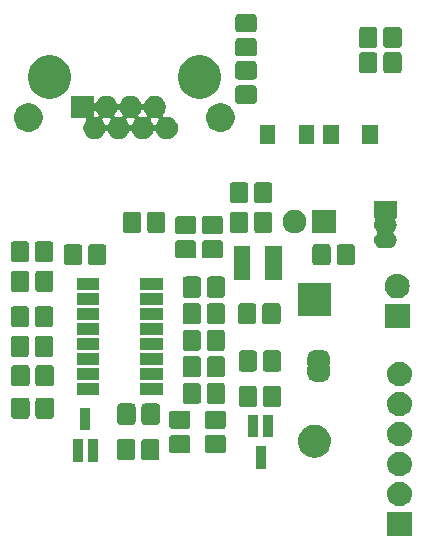
<source format=gbs>
G04 #@! TF.GenerationSoftware,KiCad,Pcbnew,5.0.2-bee76a0~70~ubuntu18.04.1*
G04 #@! TF.CreationDate,2019-08-17T16:59:23+02:00*
G04 #@! TF.ProjectId,HAN_ESP_TSS721,48414e5f-4553-4505-9f54-53533732312e,rev?*
G04 #@! TF.SameCoordinates,Original*
G04 #@! TF.FileFunction,Soldermask,Bot*
G04 #@! TF.FilePolarity,Negative*
%FSLAX46Y46*%
G04 Gerber Fmt 4.6, Leading zero omitted, Abs format (unit mm)*
G04 Created by KiCad (PCBNEW 5.0.2-bee76a0~70~ubuntu18.04.1) date Sat 17 Aug 2019 04:59:23 PM CEST*
%MOMM*%
%LPD*%
G01*
G04 APERTURE LIST*
%ADD10C,0.100000*%
G04 APERTURE END LIST*
D10*
G36*
X67650000Y-112850000D02*
X65550000Y-112850000D01*
X65550000Y-110750000D01*
X67650000Y-110750000D01*
X67650000Y-112850000D01*
X67650000Y-112850000D01*
G37*
G36*
X66728707Y-108217596D02*
X66805836Y-108225193D01*
X66937787Y-108265220D01*
X67003763Y-108285233D01*
X67186172Y-108382733D01*
X67346054Y-108513946D01*
X67477267Y-108673828D01*
X67574767Y-108856237D01*
X67574767Y-108856238D01*
X67634807Y-109054164D01*
X67655080Y-109260000D01*
X67634807Y-109465836D01*
X67594780Y-109597787D01*
X67574767Y-109663763D01*
X67477267Y-109846172D01*
X67346054Y-110006054D01*
X67186172Y-110137267D01*
X67003763Y-110234767D01*
X66937787Y-110254780D01*
X66805836Y-110294807D01*
X66728707Y-110302403D01*
X66651580Y-110310000D01*
X66548420Y-110310000D01*
X66471293Y-110302403D01*
X66394164Y-110294807D01*
X66262213Y-110254780D01*
X66196237Y-110234767D01*
X66013828Y-110137267D01*
X65853946Y-110006054D01*
X65722733Y-109846172D01*
X65625233Y-109663763D01*
X65605220Y-109597787D01*
X65565193Y-109465836D01*
X65544920Y-109260000D01*
X65565193Y-109054164D01*
X65625233Y-108856238D01*
X65625233Y-108856237D01*
X65722733Y-108673828D01*
X65853946Y-108513946D01*
X66013828Y-108382733D01*
X66196237Y-108285233D01*
X66262213Y-108265220D01*
X66394164Y-108225193D01*
X66471293Y-108217596D01*
X66548420Y-108210000D01*
X66651580Y-108210000D01*
X66728707Y-108217596D01*
X66728707Y-108217596D01*
G37*
G36*
X66728707Y-105677596D02*
X66805836Y-105685193D01*
X66925768Y-105721574D01*
X67003763Y-105745233D01*
X67186172Y-105842733D01*
X67346054Y-105973946D01*
X67477267Y-106133828D01*
X67574767Y-106316237D01*
X67592395Y-106374351D01*
X67634807Y-106514164D01*
X67655080Y-106720000D01*
X67634807Y-106925836D01*
X67594780Y-107057787D01*
X67574767Y-107123763D01*
X67477267Y-107306172D01*
X67346054Y-107466054D01*
X67186172Y-107597267D01*
X67003763Y-107694767D01*
X66937787Y-107714780D01*
X66805836Y-107754807D01*
X66728707Y-107762404D01*
X66651580Y-107770000D01*
X66548420Y-107770000D01*
X66471293Y-107762404D01*
X66394164Y-107754807D01*
X66262213Y-107714780D01*
X66196237Y-107694767D01*
X66013828Y-107597267D01*
X65853946Y-107466054D01*
X65722733Y-107306172D01*
X65625233Y-107123763D01*
X65605220Y-107057787D01*
X65565193Y-106925836D01*
X65544920Y-106720000D01*
X65565193Y-106514164D01*
X65607605Y-106374351D01*
X65625233Y-106316237D01*
X65722733Y-106133828D01*
X65853946Y-105973946D01*
X66013828Y-105842733D01*
X66196237Y-105745233D01*
X66274232Y-105721574D01*
X66394164Y-105685193D01*
X66471293Y-105677597D01*
X66548420Y-105670000D01*
X66651580Y-105670000D01*
X66728707Y-105677596D01*
X66728707Y-105677596D01*
G37*
G36*
X55275000Y-107110000D02*
X54425000Y-107110000D01*
X54425000Y-105210000D01*
X55275000Y-105210000D01*
X55275000Y-107110000D01*
X55275000Y-107110000D01*
G37*
G36*
X41075000Y-106530000D02*
X40225000Y-106530000D01*
X40225000Y-104630000D01*
X41075000Y-104630000D01*
X41075000Y-106530000D01*
X41075000Y-106530000D01*
G37*
G36*
X39775000Y-106530000D02*
X38925000Y-106530000D01*
X38925000Y-104630000D01*
X39775000Y-104630000D01*
X39775000Y-106530000D01*
X39775000Y-106530000D01*
G37*
G36*
X46060530Y-104605710D02*
X46110379Y-104620831D01*
X46156311Y-104645382D01*
X46196574Y-104678426D01*
X46229618Y-104718689D01*
X46254169Y-104764621D01*
X46269290Y-104814470D01*
X46275000Y-104872444D01*
X46275000Y-106127556D01*
X46269290Y-106185530D01*
X46254169Y-106235379D01*
X46229618Y-106281311D01*
X46196574Y-106321574D01*
X46156311Y-106354618D01*
X46110379Y-106379169D01*
X46060530Y-106394290D01*
X46002556Y-106400000D01*
X44997444Y-106400000D01*
X44939470Y-106394290D01*
X44889621Y-106379169D01*
X44843689Y-106354618D01*
X44803426Y-106321574D01*
X44770382Y-106281311D01*
X44745831Y-106235379D01*
X44730710Y-106185530D01*
X44725000Y-106127556D01*
X44725000Y-104872444D01*
X44730710Y-104814470D01*
X44745831Y-104764621D01*
X44770382Y-104718689D01*
X44803426Y-104678426D01*
X44843689Y-104645382D01*
X44889621Y-104620831D01*
X44939470Y-104605710D01*
X44997444Y-104600000D01*
X46002556Y-104600000D01*
X46060530Y-104605710D01*
X46060530Y-104605710D01*
G37*
G36*
X44010530Y-104605710D02*
X44060379Y-104620831D01*
X44106311Y-104645382D01*
X44146574Y-104678426D01*
X44179618Y-104718689D01*
X44204169Y-104764621D01*
X44219290Y-104814470D01*
X44225000Y-104872444D01*
X44225000Y-106127556D01*
X44219290Y-106185530D01*
X44204169Y-106235379D01*
X44179618Y-106281311D01*
X44146574Y-106321574D01*
X44106311Y-106354618D01*
X44060379Y-106379169D01*
X44010530Y-106394290D01*
X43952556Y-106400000D01*
X42947444Y-106400000D01*
X42889470Y-106394290D01*
X42839621Y-106379169D01*
X42793689Y-106354618D01*
X42753426Y-106321574D01*
X42720382Y-106281311D01*
X42695831Y-106235379D01*
X42680710Y-106185530D01*
X42675000Y-106127556D01*
X42675000Y-104872444D01*
X42680710Y-104814470D01*
X42695831Y-104764621D01*
X42720382Y-104718689D01*
X42753426Y-104678426D01*
X42793689Y-104645382D01*
X42839621Y-104620831D01*
X42889470Y-104605710D01*
X42947444Y-104600000D01*
X43952556Y-104600000D01*
X44010530Y-104605710D01*
X44010530Y-104605710D01*
G37*
G36*
X59603465Y-103413044D02*
X59808365Y-103453801D01*
X59988523Y-103528425D01*
X60021275Y-103541991D01*
X60063149Y-103559336D01*
X60231125Y-103671574D01*
X60292451Y-103712551D01*
X60487449Y-103907549D01*
X60487451Y-103907552D01*
X60640664Y-104136851D01*
X60746199Y-104391635D01*
X60760687Y-104464470D01*
X60784416Y-104583763D01*
X60800000Y-104662112D01*
X60800000Y-104937888D01*
X60746199Y-105208365D01*
X60737237Y-105230000D01*
X60640708Y-105463044D01*
X60640664Y-105463149D01*
X60596810Y-105528781D01*
X60487449Y-105692451D01*
X60292451Y-105887449D01*
X60292448Y-105887451D01*
X60063149Y-106040664D01*
X59808365Y-106146199D01*
X59673127Y-106173099D01*
X59537889Y-106200000D01*
X59262111Y-106200000D01*
X59126873Y-106173099D01*
X58991635Y-106146199D01*
X58736851Y-106040664D01*
X58507552Y-105887451D01*
X58507549Y-105887449D01*
X58312551Y-105692451D01*
X58203190Y-105528781D01*
X58159336Y-105463149D01*
X58159293Y-105463044D01*
X58062763Y-105230000D01*
X58053801Y-105208365D01*
X58000000Y-104937888D01*
X58000000Y-104662112D01*
X58015585Y-104583763D01*
X58039313Y-104464470D01*
X58053801Y-104391635D01*
X58159336Y-104136851D01*
X58312549Y-103907552D01*
X58312551Y-103907549D01*
X58507549Y-103712551D01*
X58568875Y-103671574D01*
X58736851Y-103559336D01*
X58778726Y-103541991D01*
X58811477Y-103528425D01*
X58991635Y-103453801D01*
X59196535Y-103413044D01*
X59262111Y-103400000D01*
X59537889Y-103400000D01*
X59603465Y-103413044D01*
X59603465Y-103413044D01*
G37*
G36*
X48685530Y-104255710D02*
X48735379Y-104270831D01*
X48781311Y-104295382D01*
X48821574Y-104328426D01*
X48854618Y-104368689D01*
X48879169Y-104414621D01*
X48894290Y-104464470D01*
X48900000Y-104522444D01*
X48900000Y-105527556D01*
X48894290Y-105585530D01*
X48879169Y-105635379D01*
X48854618Y-105681311D01*
X48821574Y-105721574D01*
X48781311Y-105754618D01*
X48735379Y-105779169D01*
X48685530Y-105794290D01*
X48627556Y-105800000D01*
X47372444Y-105800000D01*
X47314470Y-105794290D01*
X47264621Y-105779169D01*
X47218689Y-105754618D01*
X47178426Y-105721574D01*
X47145382Y-105681311D01*
X47120831Y-105635379D01*
X47105710Y-105585530D01*
X47100000Y-105527556D01*
X47100000Y-104522444D01*
X47105710Y-104464470D01*
X47120831Y-104414621D01*
X47145382Y-104368689D01*
X47178426Y-104328426D01*
X47218689Y-104295382D01*
X47264621Y-104270831D01*
X47314470Y-104255710D01*
X47372444Y-104250000D01*
X48627556Y-104250000D01*
X48685530Y-104255710D01*
X48685530Y-104255710D01*
G37*
G36*
X51685530Y-104255710D02*
X51735379Y-104270831D01*
X51781311Y-104295382D01*
X51821574Y-104328426D01*
X51854618Y-104368689D01*
X51879169Y-104414621D01*
X51894290Y-104464470D01*
X51900000Y-104522444D01*
X51900000Y-105527556D01*
X51894290Y-105585530D01*
X51879169Y-105635379D01*
X51854618Y-105681311D01*
X51821574Y-105721574D01*
X51781311Y-105754618D01*
X51735379Y-105779169D01*
X51685530Y-105794290D01*
X51627556Y-105800000D01*
X50372444Y-105800000D01*
X50314470Y-105794290D01*
X50264621Y-105779169D01*
X50218689Y-105754618D01*
X50178426Y-105721574D01*
X50145382Y-105681311D01*
X50120831Y-105635379D01*
X50105710Y-105585530D01*
X50100000Y-105527556D01*
X50100000Y-104522444D01*
X50105710Y-104464470D01*
X50120831Y-104414621D01*
X50145382Y-104368689D01*
X50178426Y-104328426D01*
X50218689Y-104295382D01*
X50264621Y-104270831D01*
X50314470Y-104255710D01*
X50372444Y-104250000D01*
X51627556Y-104250000D01*
X51685530Y-104255710D01*
X51685530Y-104255710D01*
G37*
G36*
X66728707Y-103137596D02*
X66805836Y-103145193D01*
X66937787Y-103185220D01*
X67003763Y-103205233D01*
X67186172Y-103302733D01*
X67346054Y-103433946D01*
X67477267Y-103593828D01*
X67574767Y-103776237D01*
X67574767Y-103776238D01*
X67634807Y-103974164D01*
X67655080Y-104180000D01*
X67634807Y-104385836D01*
X67594780Y-104517787D01*
X67574767Y-104583763D01*
X67477267Y-104766172D01*
X67346054Y-104926054D01*
X67186172Y-105057267D01*
X67003763Y-105154767D01*
X66937787Y-105174780D01*
X66805836Y-105214807D01*
X66728707Y-105222404D01*
X66651580Y-105230000D01*
X66548420Y-105230000D01*
X66471293Y-105222403D01*
X66394164Y-105214807D01*
X66262213Y-105174780D01*
X66196237Y-105154767D01*
X66013828Y-105057267D01*
X65853946Y-104926054D01*
X65722733Y-104766172D01*
X65625233Y-104583763D01*
X65605220Y-104517787D01*
X65565193Y-104385836D01*
X65544920Y-104180000D01*
X65565193Y-103974164D01*
X65625233Y-103776238D01*
X65625233Y-103776237D01*
X65722733Y-103593828D01*
X65853946Y-103433946D01*
X66013828Y-103302733D01*
X66196237Y-103205233D01*
X66262213Y-103185220D01*
X66394164Y-103145193D01*
X66471293Y-103137597D01*
X66548420Y-103130000D01*
X66651580Y-103130000D01*
X66728707Y-103137596D01*
X66728707Y-103137596D01*
G37*
G36*
X54625000Y-104450000D02*
X53775000Y-104450000D01*
X53775000Y-102550000D01*
X54625000Y-102550000D01*
X54625000Y-104450000D01*
X54625000Y-104450000D01*
G37*
G36*
X55925000Y-104450000D02*
X55075000Y-104450000D01*
X55075000Y-102550000D01*
X55925000Y-102550000D01*
X55925000Y-104450000D01*
X55925000Y-104450000D01*
G37*
G36*
X40425000Y-103870000D02*
X39575000Y-103870000D01*
X39575000Y-101970000D01*
X40425000Y-101970000D01*
X40425000Y-103870000D01*
X40425000Y-103870000D01*
G37*
G36*
X51685530Y-102205710D02*
X51735379Y-102220831D01*
X51781311Y-102245382D01*
X51821574Y-102278426D01*
X51854618Y-102318689D01*
X51879169Y-102364621D01*
X51894290Y-102414470D01*
X51900000Y-102472444D01*
X51900000Y-103477556D01*
X51894290Y-103535530D01*
X51879169Y-103585379D01*
X51854618Y-103631311D01*
X51821574Y-103671574D01*
X51781311Y-103704618D01*
X51735379Y-103729169D01*
X51685530Y-103744290D01*
X51627556Y-103750000D01*
X50372444Y-103750000D01*
X50314470Y-103744290D01*
X50264621Y-103729169D01*
X50218689Y-103704618D01*
X50178426Y-103671574D01*
X50145382Y-103631311D01*
X50120831Y-103585379D01*
X50105710Y-103535530D01*
X50100000Y-103477556D01*
X50100000Y-102472444D01*
X50105710Y-102414470D01*
X50120831Y-102364621D01*
X50145382Y-102318689D01*
X50178426Y-102278426D01*
X50218689Y-102245382D01*
X50264621Y-102220831D01*
X50314470Y-102205710D01*
X50372444Y-102200000D01*
X51627556Y-102200000D01*
X51685530Y-102205710D01*
X51685530Y-102205710D01*
G37*
G36*
X48685530Y-102205710D02*
X48735379Y-102220831D01*
X48781311Y-102245382D01*
X48821574Y-102278426D01*
X48854618Y-102318689D01*
X48879169Y-102364621D01*
X48894290Y-102414470D01*
X48900000Y-102472444D01*
X48900000Y-103477556D01*
X48894290Y-103535530D01*
X48879169Y-103585379D01*
X48854618Y-103631311D01*
X48821574Y-103671574D01*
X48781311Y-103704618D01*
X48735379Y-103729169D01*
X48685530Y-103744290D01*
X48627556Y-103750000D01*
X47372444Y-103750000D01*
X47314470Y-103744290D01*
X47264621Y-103729169D01*
X47218689Y-103704618D01*
X47178426Y-103671574D01*
X47145382Y-103631311D01*
X47120831Y-103585379D01*
X47105710Y-103535530D01*
X47100000Y-103477556D01*
X47100000Y-102472444D01*
X47105710Y-102414470D01*
X47120831Y-102364621D01*
X47145382Y-102318689D01*
X47178426Y-102278426D01*
X47218689Y-102245382D01*
X47264621Y-102220831D01*
X47314470Y-102205710D01*
X47372444Y-102200000D01*
X48627556Y-102200000D01*
X48685530Y-102205710D01*
X48685530Y-102205710D01*
G37*
G36*
X46085530Y-101605710D02*
X46135379Y-101620831D01*
X46181311Y-101645382D01*
X46221574Y-101678426D01*
X46254618Y-101718689D01*
X46279169Y-101764621D01*
X46294290Y-101814470D01*
X46300000Y-101872444D01*
X46300000Y-103127556D01*
X46294290Y-103185530D01*
X46279169Y-103235379D01*
X46254618Y-103281311D01*
X46221574Y-103321574D01*
X46181311Y-103354618D01*
X46135379Y-103379169D01*
X46085530Y-103394290D01*
X46027556Y-103400000D01*
X45022444Y-103400000D01*
X44964470Y-103394290D01*
X44914621Y-103379169D01*
X44868689Y-103354618D01*
X44828426Y-103321574D01*
X44795382Y-103281311D01*
X44770831Y-103235379D01*
X44755710Y-103185530D01*
X44750000Y-103127556D01*
X44750000Y-101872444D01*
X44755710Y-101814470D01*
X44770831Y-101764621D01*
X44795382Y-101718689D01*
X44828426Y-101678426D01*
X44868689Y-101645382D01*
X44914621Y-101620831D01*
X44964470Y-101605710D01*
X45022444Y-101600000D01*
X46027556Y-101600000D01*
X46085530Y-101605710D01*
X46085530Y-101605710D01*
G37*
G36*
X44035530Y-101605710D02*
X44085379Y-101620831D01*
X44131311Y-101645382D01*
X44171574Y-101678426D01*
X44204618Y-101718689D01*
X44229169Y-101764621D01*
X44244290Y-101814470D01*
X44250000Y-101872444D01*
X44250000Y-103127556D01*
X44244290Y-103185530D01*
X44229169Y-103235379D01*
X44204618Y-103281311D01*
X44171574Y-103321574D01*
X44131311Y-103354618D01*
X44085379Y-103379169D01*
X44035530Y-103394290D01*
X43977556Y-103400000D01*
X42972444Y-103400000D01*
X42914470Y-103394290D01*
X42864621Y-103379169D01*
X42818689Y-103354618D01*
X42778426Y-103321574D01*
X42745382Y-103281311D01*
X42720831Y-103235379D01*
X42705710Y-103185530D01*
X42700000Y-103127556D01*
X42700000Y-101872444D01*
X42705710Y-101814470D01*
X42720831Y-101764621D01*
X42745382Y-101718689D01*
X42778426Y-101678426D01*
X42818689Y-101645382D01*
X42864621Y-101620831D01*
X42914470Y-101605710D01*
X42972444Y-101600000D01*
X43977556Y-101600000D01*
X44035530Y-101605710D01*
X44035530Y-101605710D01*
G37*
G36*
X35060530Y-101105710D02*
X35110379Y-101120831D01*
X35156311Y-101145382D01*
X35196574Y-101178426D01*
X35229618Y-101218689D01*
X35254169Y-101264621D01*
X35269290Y-101314470D01*
X35275000Y-101372444D01*
X35275000Y-102627556D01*
X35269290Y-102685530D01*
X35254169Y-102735379D01*
X35229618Y-102781311D01*
X35196574Y-102821574D01*
X35156311Y-102854618D01*
X35110379Y-102879169D01*
X35060530Y-102894290D01*
X35002556Y-102900000D01*
X33997444Y-102900000D01*
X33939470Y-102894290D01*
X33889621Y-102879169D01*
X33843689Y-102854618D01*
X33803426Y-102821574D01*
X33770382Y-102781311D01*
X33745831Y-102735379D01*
X33730710Y-102685530D01*
X33725000Y-102627556D01*
X33725000Y-101372444D01*
X33730710Y-101314470D01*
X33745831Y-101264621D01*
X33770382Y-101218689D01*
X33803426Y-101178426D01*
X33843689Y-101145382D01*
X33889621Y-101120831D01*
X33939470Y-101105710D01*
X33997444Y-101100000D01*
X35002556Y-101100000D01*
X35060530Y-101105710D01*
X35060530Y-101105710D01*
G37*
G36*
X37110530Y-101105710D02*
X37160379Y-101120831D01*
X37206311Y-101145382D01*
X37246574Y-101178426D01*
X37279618Y-101218689D01*
X37304169Y-101264621D01*
X37319290Y-101314470D01*
X37325000Y-101372444D01*
X37325000Y-102627556D01*
X37319290Y-102685530D01*
X37304169Y-102735379D01*
X37279618Y-102781311D01*
X37246574Y-102821574D01*
X37206311Y-102854618D01*
X37160379Y-102879169D01*
X37110530Y-102894290D01*
X37052556Y-102900000D01*
X36047444Y-102900000D01*
X35989470Y-102894290D01*
X35939621Y-102879169D01*
X35893689Y-102854618D01*
X35853426Y-102821574D01*
X35820382Y-102781311D01*
X35795831Y-102735379D01*
X35780710Y-102685530D01*
X35775000Y-102627556D01*
X35775000Y-101372444D01*
X35780710Y-101314470D01*
X35795831Y-101264621D01*
X35820382Y-101218689D01*
X35853426Y-101178426D01*
X35893689Y-101145382D01*
X35939621Y-101120831D01*
X35989470Y-101105710D01*
X36047444Y-101100000D01*
X37052556Y-101100000D01*
X37110530Y-101105710D01*
X37110530Y-101105710D01*
G37*
G36*
X66728707Y-100597596D02*
X66805836Y-100605193D01*
X66937787Y-100645220D01*
X67003763Y-100665233D01*
X67186172Y-100762733D01*
X67346054Y-100893946D01*
X67477267Y-101053828D01*
X67574767Y-101236237D01*
X67574767Y-101236238D01*
X67634807Y-101434164D01*
X67655080Y-101640000D01*
X67634807Y-101845836D01*
X67607166Y-101936956D01*
X67574767Y-102043763D01*
X67477267Y-102226172D01*
X67346054Y-102386054D01*
X67186172Y-102517267D01*
X67003763Y-102614767D01*
X66957564Y-102628781D01*
X66805836Y-102674807D01*
X66728707Y-102682403D01*
X66651580Y-102690000D01*
X66548420Y-102690000D01*
X66471293Y-102682403D01*
X66394164Y-102674807D01*
X66242436Y-102628781D01*
X66196237Y-102614767D01*
X66013828Y-102517267D01*
X65853946Y-102386054D01*
X65722733Y-102226172D01*
X65625233Y-102043763D01*
X65592834Y-101936956D01*
X65565193Y-101845836D01*
X65544920Y-101640000D01*
X65565193Y-101434164D01*
X65625233Y-101236238D01*
X65625233Y-101236237D01*
X65722733Y-101053828D01*
X65853946Y-100893946D01*
X66013828Y-100762733D01*
X66196237Y-100665233D01*
X66262213Y-100645220D01*
X66394164Y-100605193D01*
X66471293Y-100597596D01*
X66548420Y-100590000D01*
X66651580Y-100590000D01*
X66728707Y-100597596D01*
X66728707Y-100597596D01*
G37*
G36*
X54310530Y-100105710D02*
X54360379Y-100120831D01*
X54406311Y-100145382D01*
X54446574Y-100178426D01*
X54479618Y-100218689D01*
X54504169Y-100264621D01*
X54519290Y-100314470D01*
X54525000Y-100372444D01*
X54525000Y-101627556D01*
X54519290Y-101685530D01*
X54504169Y-101735379D01*
X54479618Y-101781311D01*
X54446574Y-101821574D01*
X54406311Y-101854618D01*
X54360379Y-101879169D01*
X54310530Y-101894290D01*
X54252556Y-101900000D01*
X53247444Y-101900000D01*
X53189470Y-101894290D01*
X53139621Y-101879169D01*
X53093689Y-101854618D01*
X53053426Y-101821574D01*
X53020382Y-101781311D01*
X52995831Y-101735379D01*
X52980710Y-101685530D01*
X52975000Y-101627556D01*
X52975000Y-100372444D01*
X52980710Y-100314470D01*
X52995831Y-100264621D01*
X53020382Y-100218689D01*
X53053426Y-100178426D01*
X53093689Y-100145382D01*
X53139621Y-100120831D01*
X53189470Y-100105710D01*
X53247444Y-100100000D01*
X54252556Y-100100000D01*
X54310530Y-100105710D01*
X54310530Y-100105710D01*
G37*
G36*
X56360530Y-100105710D02*
X56410379Y-100120831D01*
X56456311Y-100145382D01*
X56496574Y-100178426D01*
X56529618Y-100218689D01*
X56554169Y-100264621D01*
X56569290Y-100314470D01*
X56575000Y-100372444D01*
X56575000Y-101627556D01*
X56569290Y-101685530D01*
X56554169Y-101735379D01*
X56529618Y-101781311D01*
X56496574Y-101821574D01*
X56456311Y-101854618D01*
X56410379Y-101879169D01*
X56360530Y-101894290D01*
X56302556Y-101900000D01*
X55297444Y-101900000D01*
X55239470Y-101894290D01*
X55189621Y-101879169D01*
X55143689Y-101854618D01*
X55103426Y-101821574D01*
X55070382Y-101781311D01*
X55045831Y-101735379D01*
X55030710Y-101685530D01*
X55025000Y-101627556D01*
X55025000Y-100372444D01*
X55030710Y-100314470D01*
X55045831Y-100264621D01*
X55070382Y-100218689D01*
X55103426Y-100178426D01*
X55143689Y-100145382D01*
X55189621Y-100120831D01*
X55239470Y-100105710D01*
X55297444Y-100100000D01*
X56302556Y-100100000D01*
X56360530Y-100105710D01*
X56360530Y-100105710D01*
G37*
G36*
X49560530Y-99855710D02*
X49610379Y-99870831D01*
X49656311Y-99895382D01*
X49696574Y-99928426D01*
X49729618Y-99968689D01*
X49754169Y-100014621D01*
X49769290Y-100064470D01*
X49775000Y-100122444D01*
X49775000Y-101377556D01*
X49769290Y-101435530D01*
X49754169Y-101485379D01*
X49729618Y-101531311D01*
X49696574Y-101571574D01*
X49656311Y-101604618D01*
X49610379Y-101629169D01*
X49560530Y-101644290D01*
X49502556Y-101650000D01*
X48497444Y-101650000D01*
X48439470Y-101644290D01*
X48389621Y-101629169D01*
X48343689Y-101604618D01*
X48303426Y-101571574D01*
X48270382Y-101531311D01*
X48245831Y-101485379D01*
X48230710Y-101435530D01*
X48225000Y-101377556D01*
X48225000Y-100122444D01*
X48230710Y-100064470D01*
X48245831Y-100014621D01*
X48270382Y-99968689D01*
X48303426Y-99928426D01*
X48343689Y-99895382D01*
X48389621Y-99870831D01*
X48439470Y-99855710D01*
X48497444Y-99850000D01*
X49502556Y-99850000D01*
X49560530Y-99855710D01*
X49560530Y-99855710D01*
G37*
G36*
X51610530Y-99855710D02*
X51660379Y-99870831D01*
X51706311Y-99895382D01*
X51746574Y-99928426D01*
X51779618Y-99968689D01*
X51804169Y-100014621D01*
X51819290Y-100064470D01*
X51825000Y-100122444D01*
X51825000Y-101377556D01*
X51819290Y-101435530D01*
X51804169Y-101485379D01*
X51779618Y-101531311D01*
X51746574Y-101571574D01*
X51706311Y-101604618D01*
X51660379Y-101629169D01*
X51610530Y-101644290D01*
X51552556Y-101650000D01*
X50547444Y-101650000D01*
X50489470Y-101644290D01*
X50439621Y-101629169D01*
X50393689Y-101604618D01*
X50353426Y-101571574D01*
X50320382Y-101531311D01*
X50295831Y-101485379D01*
X50280710Y-101435530D01*
X50275000Y-101377556D01*
X50275000Y-100122444D01*
X50280710Y-100064470D01*
X50295831Y-100014621D01*
X50320382Y-99968689D01*
X50353426Y-99928426D01*
X50393689Y-99895382D01*
X50439621Y-99870831D01*
X50489470Y-99855710D01*
X50547444Y-99850000D01*
X51552556Y-99850000D01*
X51610530Y-99855710D01*
X51610530Y-99855710D01*
G37*
G36*
X46550000Y-100865000D02*
X44650000Y-100865000D01*
X44650000Y-99865000D01*
X46550000Y-99865000D01*
X46550000Y-100865000D01*
X46550000Y-100865000D01*
G37*
G36*
X41150000Y-100865000D02*
X39250000Y-100865000D01*
X39250000Y-99865000D01*
X41150000Y-99865000D01*
X41150000Y-100865000D01*
X41150000Y-100865000D01*
G37*
G36*
X35060530Y-98355710D02*
X35110379Y-98370831D01*
X35156311Y-98395382D01*
X35196574Y-98428426D01*
X35229618Y-98468689D01*
X35254169Y-98514621D01*
X35269290Y-98564470D01*
X35275000Y-98622444D01*
X35275000Y-99877556D01*
X35269290Y-99935530D01*
X35254169Y-99985379D01*
X35229618Y-100031311D01*
X35196574Y-100071574D01*
X35156311Y-100104618D01*
X35110379Y-100129169D01*
X35060530Y-100144290D01*
X35002556Y-100150000D01*
X33997444Y-100150000D01*
X33939470Y-100144290D01*
X33889621Y-100129169D01*
X33843689Y-100104618D01*
X33803426Y-100071574D01*
X33770382Y-100031311D01*
X33745831Y-99985379D01*
X33730710Y-99935530D01*
X33725000Y-99877556D01*
X33725000Y-98622444D01*
X33730710Y-98564470D01*
X33745831Y-98514621D01*
X33770382Y-98468689D01*
X33803426Y-98428426D01*
X33843689Y-98395382D01*
X33889621Y-98370831D01*
X33939470Y-98355710D01*
X33997444Y-98350000D01*
X35002556Y-98350000D01*
X35060530Y-98355710D01*
X35060530Y-98355710D01*
G37*
G36*
X37110530Y-98355710D02*
X37160379Y-98370831D01*
X37206311Y-98395382D01*
X37246574Y-98428426D01*
X37279618Y-98468689D01*
X37304169Y-98514621D01*
X37319290Y-98564470D01*
X37325000Y-98622444D01*
X37325000Y-99877556D01*
X37319290Y-99935530D01*
X37304169Y-99985379D01*
X37279618Y-100031311D01*
X37246574Y-100071574D01*
X37206311Y-100104618D01*
X37160379Y-100129169D01*
X37110530Y-100144290D01*
X37052556Y-100150000D01*
X36047444Y-100150000D01*
X35989470Y-100144290D01*
X35939621Y-100129169D01*
X35893689Y-100104618D01*
X35853426Y-100071574D01*
X35820382Y-100031311D01*
X35795831Y-99985379D01*
X35780710Y-99935530D01*
X35775000Y-99877556D01*
X35775000Y-98622444D01*
X35780710Y-98564470D01*
X35795831Y-98514621D01*
X35820382Y-98468689D01*
X35853426Y-98428426D01*
X35893689Y-98395382D01*
X35939621Y-98370831D01*
X35989470Y-98355710D01*
X36047444Y-98350000D01*
X37052556Y-98350000D01*
X37110530Y-98355710D01*
X37110530Y-98355710D01*
G37*
G36*
X66728707Y-98057597D02*
X66805836Y-98065193D01*
X66937787Y-98105220D01*
X67003763Y-98125233D01*
X67186172Y-98222733D01*
X67346054Y-98353946D01*
X67477267Y-98513828D01*
X67574767Y-98696237D01*
X67574767Y-98696238D01*
X67634807Y-98894164D01*
X67655080Y-99100000D01*
X67634807Y-99305836D01*
X67606243Y-99400000D01*
X67574767Y-99503763D01*
X67477267Y-99686172D01*
X67346054Y-99846054D01*
X67186172Y-99977267D01*
X67003763Y-100074767D01*
X66937787Y-100094780D01*
X66805836Y-100134807D01*
X66728707Y-100142403D01*
X66651580Y-100150000D01*
X66548420Y-100150000D01*
X66471293Y-100142403D01*
X66394164Y-100134807D01*
X66262213Y-100094780D01*
X66196237Y-100074767D01*
X66013828Y-99977267D01*
X65853946Y-99846054D01*
X65722733Y-99686172D01*
X65625233Y-99503763D01*
X65593757Y-99400000D01*
X65565193Y-99305836D01*
X65544920Y-99100000D01*
X65565193Y-98894164D01*
X65625233Y-98696238D01*
X65625233Y-98696237D01*
X65722733Y-98513828D01*
X65853946Y-98353946D01*
X66013828Y-98222733D01*
X66196237Y-98125233D01*
X66262213Y-98105220D01*
X66394164Y-98065193D01*
X66471293Y-98057597D01*
X66548420Y-98050000D01*
X66651580Y-98050000D01*
X66728707Y-98057597D01*
X66728707Y-98057597D01*
G37*
G36*
X60012197Y-97050233D02*
X60024449Y-97050835D01*
X60042869Y-97050835D01*
X60094358Y-97055906D01*
X60178443Y-97072632D01*
X60212168Y-97082862D01*
X60222048Y-97085859D01*
X60222050Y-97085860D01*
X60227955Y-97087651D01*
X60307164Y-97120460D01*
X60352787Y-97144846D01*
X60424082Y-97192484D01*
X60464076Y-97225306D01*
X60524694Y-97285924D01*
X60557516Y-97325918D01*
X60605154Y-97397213D01*
X60629540Y-97442836D01*
X60662349Y-97522045D01*
X60677368Y-97571557D01*
X60694094Y-97655642D01*
X60699165Y-97707131D01*
X60699165Y-97725551D01*
X60699767Y-97737803D01*
X60701573Y-97756140D01*
X60701573Y-98243860D01*
X60697107Y-98289203D01*
X60685668Y-98326913D01*
X60678097Y-98341078D01*
X60668720Y-98363717D01*
X60663940Y-98387750D01*
X60663940Y-98412255D01*
X60668721Y-98436288D01*
X60678097Y-98458922D01*
X60685668Y-98473087D01*
X60697107Y-98510797D01*
X60701573Y-98556140D01*
X60701573Y-99043860D01*
X60699767Y-99062197D01*
X60699165Y-99074449D01*
X60699165Y-99092869D01*
X60694094Y-99144358D01*
X60677368Y-99228443D01*
X60662349Y-99277955D01*
X60629540Y-99357164D01*
X60605154Y-99402787D01*
X60557516Y-99474082D01*
X60524694Y-99514076D01*
X60464076Y-99574694D01*
X60424082Y-99607516D01*
X60352787Y-99655154D01*
X60307164Y-99679540D01*
X60227955Y-99712349D01*
X60222050Y-99714140D01*
X60222048Y-99714141D01*
X60212168Y-99717138D01*
X60178443Y-99727368D01*
X60094358Y-99744094D01*
X60042869Y-99749165D01*
X60024449Y-99749165D01*
X60012197Y-99749767D01*
X59993860Y-99751573D01*
X59506140Y-99751573D01*
X59487803Y-99749767D01*
X59475551Y-99749165D01*
X59457131Y-99749165D01*
X59405642Y-99744094D01*
X59321557Y-99727368D01*
X59287832Y-99717138D01*
X59277952Y-99714141D01*
X59277950Y-99714140D01*
X59272045Y-99712349D01*
X59192836Y-99679540D01*
X59147213Y-99655154D01*
X59075918Y-99607516D01*
X59035924Y-99574694D01*
X58975306Y-99514076D01*
X58942484Y-99474082D01*
X58894846Y-99402787D01*
X58870460Y-99357164D01*
X58837651Y-99277955D01*
X58822632Y-99228443D01*
X58805906Y-99144358D01*
X58800835Y-99092869D01*
X58800835Y-99074449D01*
X58800233Y-99062197D01*
X58798427Y-99043860D01*
X58798427Y-98556140D01*
X58802893Y-98510797D01*
X58814332Y-98473087D01*
X58821903Y-98458922D01*
X58831280Y-98436283D01*
X58836060Y-98412250D01*
X58836060Y-98387745D01*
X58831279Y-98363712D01*
X58821903Y-98341078D01*
X58814332Y-98326913D01*
X58802893Y-98289203D01*
X58798427Y-98243860D01*
X58798427Y-97756140D01*
X58800233Y-97737803D01*
X58800835Y-97725551D01*
X58800835Y-97707131D01*
X58805906Y-97655642D01*
X58822632Y-97571557D01*
X58837651Y-97522045D01*
X58870460Y-97442836D01*
X58894846Y-97397213D01*
X58942484Y-97325918D01*
X58975306Y-97285924D01*
X59035924Y-97225306D01*
X59075918Y-97192484D01*
X59147213Y-97144846D01*
X59192836Y-97120460D01*
X59272045Y-97087651D01*
X59277950Y-97085860D01*
X59277952Y-97085859D01*
X59287832Y-97082862D01*
X59321557Y-97072632D01*
X59405642Y-97055906D01*
X59457131Y-97050835D01*
X59475551Y-97050835D01*
X59487803Y-97050233D01*
X59506140Y-97048427D01*
X59993860Y-97048427D01*
X60012197Y-97050233D01*
X60012197Y-97050233D01*
G37*
G36*
X46550000Y-99595000D02*
X44650000Y-99595000D01*
X44650000Y-98595000D01*
X46550000Y-98595000D01*
X46550000Y-99595000D01*
X46550000Y-99595000D01*
G37*
G36*
X41150000Y-99595000D02*
X39250000Y-99595000D01*
X39250000Y-98595000D01*
X41150000Y-98595000D01*
X41150000Y-99595000D01*
X41150000Y-99595000D01*
G37*
G36*
X49560530Y-97605710D02*
X49610379Y-97620831D01*
X49656311Y-97645382D01*
X49696574Y-97678426D01*
X49729618Y-97718689D01*
X49754169Y-97764621D01*
X49769290Y-97814470D01*
X49775000Y-97872444D01*
X49775000Y-99127556D01*
X49769290Y-99185530D01*
X49754169Y-99235379D01*
X49729618Y-99281311D01*
X49696574Y-99321574D01*
X49656311Y-99354618D01*
X49610379Y-99379169D01*
X49560530Y-99394290D01*
X49502556Y-99400000D01*
X48497444Y-99400000D01*
X48439470Y-99394290D01*
X48389621Y-99379169D01*
X48343689Y-99354618D01*
X48303426Y-99321574D01*
X48270382Y-99281311D01*
X48245831Y-99235379D01*
X48230710Y-99185530D01*
X48225000Y-99127556D01*
X48225000Y-97872444D01*
X48230710Y-97814470D01*
X48245831Y-97764621D01*
X48270382Y-97718689D01*
X48303426Y-97678426D01*
X48343689Y-97645382D01*
X48389621Y-97620831D01*
X48439470Y-97605710D01*
X48497444Y-97600000D01*
X49502556Y-97600000D01*
X49560530Y-97605710D01*
X49560530Y-97605710D01*
G37*
G36*
X51610530Y-97605710D02*
X51660379Y-97620831D01*
X51706311Y-97645382D01*
X51746574Y-97678426D01*
X51779618Y-97718689D01*
X51804169Y-97764621D01*
X51819290Y-97814470D01*
X51825000Y-97872444D01*
X51825000Y-99127556D01*
X51819290Y-99185530D01*
X51804169Y-99235379D01*
X51779618Y-99281311D01*
X51746574Y-99321574D01*
X51706311Y-99354618D01*
X51660379Y-99379169D01*
X51610530Y-99394290D01*
X51552556Y-99400000D01*
X50547444Y-99400000D01*
X50489470Y-99394290D01*
X50439621Y-99379169D01*
X50393689Y-99354618D01*
X50353426Y-99321574D01*
X50320382Y-99281311D01*
X50295831Y-99235379D01*
X50280710Y-99185530D01*
X50275000Y-99127556D01*
X50275000Y-97872444D01*
X50280710Y-97814470D01*
X50295831Y-97764621D01*
X50320382Y-97718689D01*
X50353426Y-97678426D01*
X50393689Y-97645382D01*
X50439621Y-97620831D01*
X50489470Y-97605710D01*
X50547444Y-97600000D01*
X51552556Y-97600000D01*
X51610530Y-97605710D01*
X51610530Y-97605710D01*
G37*
G36*
X54310530Y-97105710D02*
X54360379Y-97120831D01*
X54406311Y-97145382D01*
X54446574Y-97178426D01*
X54479618Y-97218689D01*
X54504169Y-97264621D01*
X54519290Y-97314470D01*
X54525000Y-97372444D01*
X54525000Y-98627556D01*
X54519290Y-98685530D01*
X54504169Y-98735379D01*
X54479618Y-98781311D01*
X54446574Y-98821574D01*
X54406311Y-98854618D01*
X54360379Y-98879169D01*
X54310530Y-98894290D01*
X54252556Y-98900000D01*
X53247444Y-98900000D01*
X53189470Y-98894290D01*
X53139621Y-98879169D01*
X53093689Y-98854618D01*
X53053426Y-98821574D01*
X53020382Y-98781311D01*
X52995831Y-98735379D01*
X52980710Y-98685530D01*
X52975000Y-98627556D01*
X52975000Y-97372444D01*
X52980710Y-97314470D01*
X52995831Y-97264621D01*
X53020382Y-97218689D01*
X53053426Y-97178426D01*
X53093689Y-97145382D01*
X53139621Y-97120831D01*
X53189470Y-97105710D01*
X53247444Y-97100000D01*
X54252556Y-97100000D01*
X54310530Y-97105710D01*
X54310530Y-97105710D01*
G37*
G36*
X56360530Y-97105710D02*
X56410379Y-97120831D01*
X56456311Y-97145382D01*
X56496574Y-97178426D01*
X56529618Y-97218689D01*
X56554169Y-97264621D01*
X56569290Y-97314470D01*
X56575000Y-97372444D01*
X56575000Y-98627556D01*
X56569290Y-98685530D01*
X56554169Y-98735379D01*
X56529618Y-98781311D01*
X56496574Y-98821574D01*
X56456311Y-98854618D01*
X56410379Y-98879169D01*
X56360530Y-98894290D01*
X56302556Y-98900000D01*
X55297444Y-98900000D01*
X55239470Y-98894290D01*
X55189621Y-98879169D01*
X55143689Y-98854618D01*
X55103426Y-98821574D01*
X55070382Y-98781311D01*
X55045831Y-98735379D01*
X55030710Y-98685530D01*
X55025000Y-98627556D01*
X55025000Y-97372444D01*
X55030710Y-97314470D01*
X55045831Y-97264621D01*
X55070382Y-97218689D01*
X55103426Y-97178426D01*
X55143689Y-97145382D01*
X55189621Y-97120831D01*
X55239470Y-97105710D01*
X55297444Y-97100000D01*
X56302556Y-97100000D01*
X56360530Y-97105710D01*
X56360530Y-97105710D01*
G37*
G36*
X41150000Y-98325000D02*
X39250000Y-98325000D01*
X39250000Y-97325000D01*
X41150000Y-97325000D01*
X41150000Y-98325000D01*
X41150000Y-98325000D01*
G37*
G36*
X46550000Y-98325000D02*
X44650000Y-98325000D01*
X44650000Y-97325000D01*
X46550000Y-97325000D01*
X46550000Y-98325000D01*
X46550000Y-98325000D01*
G37*
G36*
X37060530Y-95855710D02*
X37110379Y-95870831D01*
X37156311Y-95895382D01*
X37196574Y-95928426D01*
X37229618Y-95968689D01*
X37254169Y-96014621D01*
X37269290Y-96064470D01*
X37275000Y-96122444D01*
X37275000Y-97377556D01*
X37269290Y-97435530D01*
X37254169Y-97485379D01*
X37229618Y-97531311D01*
X37196574Y-97571574D01*
X37156311Y-97604618D01*
X37110379Y-97629169D01*
X37060530Y-97644290D01*
X37002556Y-97650000D01*
X35997444Y-97650000D01*
X35939470Y-97644290D01*
X35889621Y-97629169D01*
X35843689Y-97604618D01*
X35803426Y-97571574D01*
X35770382Y-97531311D01*
X35745831Y-97485379D01*
X35730710Y-97435530D01*
X35725000Y-97377556D01*
X35725000Y-96122444D01*
X35730710Y-96064470D01*
X35745831Y-96014621D01*
X35770382Y-95968689D01*
X35803426Y-95928426D01*
X35843689Y-95895382D01*
X35889621Y-95870831D01*
X35939470Y-95855710D01*
X35997444Y-95850000D01*
X37002556Y-95850000D01*
X37060530Y-95855710D01*
X37060530Y-95855710D01*
G37*
G36*
X35010530Y-95855710D02*
X35060379Y-95870831D01*
X35106311Y-95895382D01*
X35146574Y-95928426D01*
X35179618Y-95968689D01*
X35204169Y-96014621D01*
X35219290Y-96064470D01*
X35225000Y-96122444D01*
X35225000Y-97377556D01*
X35219290Y-97435530D01*
X35204169Y-97485379D01*
X35179618Y-97531311D01*
X35146574Y-97571574D01*
X35106311Y-97604618D01*
X35060379Y-97629169D01*
X35010530Y-97644290D01*
X34952556Y-97650000D01*
X33947444Y-97650000D01*
X33889470Y-97644290D01*
X33839621Y-97629169D01*
X33793689Y-97604618D01*
X33753426Y-97571574D01*
X33720382Y-97531311D01*
X33695831Y-97485379D01*
X33680710Y-97435530D01*
X33675000Y-97377556D01*
X33675000Y-96122444D01*
X33680710Y-96064470D01*
X33695831Y-96014621D01*
X33720382Y-95968689D01*
X33753426Y-95928426D01*
X33793689Y-95895382D01*
X33839621Y-95870831D01*
X33889470Y-95855710D01*
X33947444Y-95850000D01*
X34952556Y-95850000D01*
X35010530Y-95855710D01*
X35010530Y-95855710D01*
G37*
G36*
X49560530Y-95355710D02*
X49610379Y-95370831D01*
X49656311Y-95395382D01*
X49696574Y-95428426D01*
X49729618Y-95468689D01*
X49754169Y-95514621D01*
X49769290Y-95564470D01*
X49775000Y-95622444D01*
X49775000Y-96877556D01*
X49769290Y-96935530D01*
X49754169Y-96985379D01*
X49729618Y-97031311D01*
X49696574Y-97071574D01*
X49656311Y-97104618D01*
X49610379Y-97129169D01*
X49560530Y-97144290D01*
X49502556Y-97150000D01*
X48497444Y-97150000D01*
X48439470Y-97144290D01*
X48389621Y-97129169D01*
X48343689Y-97104618D01*
X48303426Y-97071574D01*
X48270382Y-97031311D01*
X48245831Y-96985379D01*
X48230710Y-96935530D01*
X48225000Y-96877556D01*
X48225000Y-95622444D01*
X48230710Y-95564470D01*
X48245831Y-95514621D01*
X48270382Y-95468689D01*
X48303426Y-95428426D01*
X48343689Y-95395382D01*
X48389621Y-95370831D01*
X48439470Y-95355710D01*
X48497444Y-95350000D01*
X49502556Y-95350000D01*
X49560530Y-95355710D01*
X49560530Y-95355710D01*
G37*
G36*
X51610530Y-95355710D02*
X51660379Y-95370831D01*
X51706311Y-95395382D01*
X51746574Y-95428426D01*
X51779618Y-95468689D01*
X51804169Y-95514621D01*
X51819290Y-95564470D01*
X51825000Y-95622444D01*
X51825000Y-96877556D01*
X51819290Y-96935530D01*
X51804169Y-96985379D01*
X51779618Y-97031311D01*
X51746574Y-97071574D01*
X51706311Y-97104618D01*
X51660379Y-97129169D01*
X51610530Y-97144290D01*
X51552556Y-97150000D01*
X50547444Y-97150000D01*
X50489470Y-97144290D01*
X50439621Y-97129169D01*
X50393689Y-97104618D01*
X50353426Y-97071574D01*
X50320382Y-97031311D01*
X50295831Y-96985379D01*
X50280710Y-96935530D01*
X50275000Y-96877556D01*
X50275000Y-95622444D01*
X50280710Y-95564470D01*
X50295831Y-95514621D01*
X50320382Y-95468689D01*
X50353426Y-95428426D01*
X50393689Y-95395382D01*
X50439621Y-95370831D01*
X50489470Y-95355710D01*
X50547444Y-95350000D01*
X51552556Y-95350000D01*
X51610530Y-95355710D01*
X51610530Y-95355710D01*
G37*
G36*
X41150000Y-97055000D02*
X39250000Y-97055000D01*
X39250000Y-96055000D01*
X41150000Y-96055000D01*
X41150000Y-97055000D01*
X41150000Y-97055000D01*
G37*
G36*
X46550000Y-97055000D02*
X44650000Y-97055000D01*
X44650000Y-96055000D01*
X46550000Y-96055000D01*
X46550000Y-97055000D01*
X46550000Y-97055000D01*
G37*
G36*
X46550000Y-95785000D02*
X44650000Y-95785000D01*
X44650000Y-94785000D01*
X46550000Y-94785000D01*
X46550000Y-95785000D01*
X46550000Y-95785000D01*
G37*
G36*
X41150000Y-95785000D02*
X39250000Y-95785000D01*
X39250000Y-94785000D01*
X41150000Y-94785000D01*
X41150000Y-95785000D01*
X41150000Y-95785000D01*
G37*
G36*
X67450000Y-95250000D02*
X65350000Y-95250000D01*
X65350000Y-93150000D01*
X67450000Y-93150000D01*
X67450000Y-95250000D01*
X67450000Y-95250000D01*
G37*
G36*
X37060530Y-93355710D02*
X37110379Y-93370831D01*
X37156311Y-93395382D01*
X37196574Y-93428426D01*
X37229618Y-93468689D01*
X37254169Y-93514621D01*
X37269290Y-93564470D01*
X37275000Y-93622444D01*
X37275000Y-94877556D01*
X37269290Y-94935530D01*
X37254169Y-94985379D01*
X37229618Y-95031311D01*
X37196574Y-95071574D01*
X37156311Y-95104618D01*
X37110379Y-95129169D01*
X37060530Y-95144290D01*
X37002556Y-95150000D01*
X35997444Y-95150000D01*
X35939470Y-95144290D01*
X35889621Y-95129169D01*
X35843689Y-95104618D01*
X35803426Y-95071574D01*
X35770382Y-95031311D01*
X35745831Y-94985379D01*
X35730710Y-94935530D01*
X35725000Y-94877556D01*
X35725000Y-93622444D01*
X35730710Y-93564470D01*
X35745831Y-93514621D01*
X35770382Y-93468689D01*
X35803426Y-93428426D01*
X35843689Y-93395382D01*
X35889621Y-93370831D01*
X35939470Y-93355710D01*
X35997444Y-93350000D01*
X37002556Y-93350000D01*
X37060530Y-93355710D01*
X37060530Y-93355710D01*
G37*
G36*
X35010530Y-93355710D02*
X35060379Y-93370831D01*
X35106311Y-93395382D01*
X35146574Y-93428426D01*
X35179618Y-93468689D01*
X35204169Y-93514621D01*
X35219290Y-93564470D01*
X35225000Y-93622444D01*
X35225000Y-94877556D01*
X35219290Y-94935530D01*
X35204169Y-94985379D01*
X35179618Y-95031311D01*
X35146574Y-95071574D01*
X35106311Y-95104618D01*
X35060379Y-95129169D01*
X35010530Y-95144290D01*
X34952556Y-95150000D01*
X33947444Y-95150000D01*
X33889470Y-95144290D01*
X33839621Y-95129169D01*
X33793689Y-95104618D01*
X33753426Y-95071574D01*
X33720382Y-95031311D01*
X33695831Y-94985379D01*
X33680710Y-94935530D01*
X33675000Y-94877556D01*
X33675000Y-93622444D01*
X33680710Y-93564470D01*
X33695831Y-93514621D01*
X33720382Y-93468689D01*
X33753426Y-93428426D01*
X33793689Y-93395382D01*
X33839621Y-93370831D01*
X33889470Y-93355710D01*
X33947444Y-93350000D01*
X34952556Y-93350000D01*
X35010530Y-93355710D01*
X35010530Y-93355710D01*
G37*
G36*
X49560530Y-93105710D02*
X49610379Y-93120831D01*
X49656311Y-93145382D01*
X49696574Y-93178426D01*
X49729618Y-93218689D01*
X49754169Y-93264621D01*
X49769290Y-93314470D01*
X49775000Y-93372444D01*
X49775000Y-94627556D01*
X49769290Y-94685530D01*
X49754169Y-94735379D01*
X49729618Y-94781311D01*
X49696574Y-94821574D01*
X49656311Y-94854618D01*
X49610379Y-94879169D01*
X49560530Y-94894290D01*
X49502556Y-94900000D01*
X48497444Y-94900000D01*
X48439470Y-94894290D01*
X48389621Y-94879169D01*
X48343689Y-94854618D01*
X48303426Y-94821574D01*
X48270382Y-94781311D01*
X48245831Y-94735379D01*
X48230710Y-94685530D01*
X48225000Y-94627556D01*
X48225000Y-93372444D01*
X48230710Y-93314470D01*
X48245831Y-93264621D01*
X48270382Y-93218689D01*
X48303426Y-93178426D01*
X48343689Y-93145382D01*
X48389621Y-93120831D01*
X48439470Y-93105710D01*
X48497444Y-93100000D01*
X49502556Y-93100000D01*
X49560530Y-93105710D01*
X49560530Y-93105710D01*
G37*
G36*
X51610530Y-93105710D02*
X51660379Y-93120831D01*
X51706311Y-93145382D01*
X51746574Y-93178426D01*
X51779618Y-93218689D01*
X51804169Y-93264621D01*
X51819290Y-93314470D01*
X51825000Y-93372444D01*
X51825000Y-94627556D01*
X51819290Y-94685530D01*
X51804169Y-94735379D01*
X51779618Y-94781311D01*
X51746574Y-94821574D01*
X51706311Y-94854618D01*
X51660379Y-94879169D01*
X51610530Y-94894290D01*
X51552556Y-94900000D01*
X50547444Y-94900000D01*
X50489470Y-94894290D01*
X50439621Y-94879169D01*
X50393689Y-94854618D01*
X50353426Y-94821574D01*
X50320382Y-94781311D01*
X50295831Y-94735379D01*
X50280710Y-94685530D01*
X50275000Y-94627556D01*
X50275000Y-93372444D01*
X50280710Y-93314470D01*
X50295831Y-93264621D01*
X50320382Y-93218689D01*
X50353426Y-93178426D01*
X50393689Y-93145382D01*
X50439621Y-93120831D01*
X50489470Y-93105710D01*
X50547444Y-93100000D01*
X51552556Y-93100000D01*
X51610530Y-93105710D01*
X51610530Y-93105710D01*
G37*
G36*
X56310530Y-93105710D02*
X56360379Y-93120831D01*
X56406311Y-93145382D01*
X56446574Y-93178426D01*
X56479618Y-93218689D01*
X56504169Y-93264621D01*
X56519290Y-93314470D01*
X56525000Y-93372444D01*
X56525000Y-94627556D01*
X56519290Y-94685530D01*
X56504169Y-94735379D01*
X56479618Y-94781311D01*
X56446574Y-94821574D01*
X56406311Y-94854618D01*
X56360379Y-94879169D01*
X56310530Y-94894290D01*
X56252556Y-94900000D01*
X55247444Y-94900000D01*
X55189470Y-94894290D01*
X55139621Y-94879169D01*
X55093689Y-94854618D01*
X55053426Y-94821574D01*
X55020382Y-94781311D01*
X54995831Y-94735379D01*
X54980710Y-94685530D01*
X54975000Y-94627556D01*
X54975000Y-93372444D01*
X54980710Y-93314470D01*
X54995831Y-93264621D01*
X55020382Y-93218689D01*
X55053426Y-93178426D01*
X55093689Y-93145382D01*
X55139621Y-93120831D01*
X55189470Y-93105710D01*
X55247444Y-93100000D01*
X56252556Y-93100000D01*
X56310530Y-93105710D01*
X56310530Y-93105710D01*
G37*
G36*
X54260530Y-93105710D02*
X54310379Y-93120831D01*
X54356311Y-93145382D01*
X54396574Y-93178426D01*
X54429618Y-93218689D01*
X54454169Y-93264621D01*
X54469290Y-93314470D01*
X54475000Y-93372444D01*
X54475000Y-94627556D01*
X54469290Y-94685530D01*
X54454169Y-94735379D01*
X54429618Y-94781311D01*
X54396574Y-94821574D01*
X54356311Y-94854618D01*
X54310379Y-94879169D01*
X54260530Y-94894290D01*
X54202556Y-94900000D01*
X53197444Y-94900000D01*
X53139470Y-94894290D01*
X53089621Y-94879169D01*
X53043689Y-94854618D01*
X53003426Y-94821574D01*
X52970382Y-94781311D01*
X52945831Y-94735379D01*
X52930710Y-94685530D01*
X52925000Y-94627556D01*
X52925000Y-93372444D01*
X52930710Y-93314470D01*
X52945831Y-93264621D01*
X52970382Y-93218689D01*
X53003426Y-93178426D01*
X53043689Y-93145382D01*
X53089621Y-93120831D01*
X53139470Y-93105710D01*
X53197444Y-93100000D01*
X54202556Y-93100000D01*
X54260530Y-93105710D01*
X54260530Y-93105710D01*
G37*
G36*
X46550000Y-94515000D02*
X44650000Y-94515000D01*
X44650000Y-93515000D01*
X46550000Y-93515000D01*
X46550000Y-94515000D01*
X46550000Y-94515000D01*
G37*
G36*
X41150000Y-94515000D02*
X39250000Y-94515000D01*
X39250000Y-93515000D01*
X41150000Y-93515000D01*
X41150000Y-94515000D01*
X41150000Y-94515000D01*
G37*
G36*
X60800000Y-94200000D02*
X58000000Y-94200000D01*
X58000000Y-91400000D01*
X60800000Y-91400000D01*
X60800000Y-94200000D01*
X60800000Y-94200000D01*
G37*
G36*
X46550000Y-93245000D02*
X44650000Y-93245000D01*
X44650000Y-92245000D01*
X46550000Y-92245000D01*
X46550000Y-93245000D01*
X46550000Y-93245000D01*
G37*
G36*
X41150000Y-93245000D02*
X39250000Y-93245000D01*
X39250000Y-92245000D01*
X41150000Y-92245000D01*
X41150000Y-93245000D01*
X41150000Y-93245000D01*
G37*
G36*
X66528707Y-90617596D02*
X66605836Y-90625193D01*
X66737787Y-90665220D01*
X66803763Y-90685233D01*
X66986172Y-90782733D01*
X67146054Y-90913946D01*
X67277267Y-91073828D01*
X67374767Y-91256237D01*
X67374767Y-91256238D01*
X67434807Y-91454164D01*
X67455080Y-91660000D01*
X67434807Y-91865836D01*
X67398544Y-91985379D01*
X67374767Y-92063763D01*
X67277267Y-92246172D01*
X67146054Y-92406054D01*
X66986172Y-92537267D01*
X66803763Y-92634767D01*
X66737787Y-92654780D01*
X66605836Y-92694807D01*
X66528707Y-92702403D01*
X66451580Y-92710000D01*
X66348420Y-92710000D01*
X66271293Y-92702403D01*
X66194164Y-92694807D01*
X66062213Y-92654780D01*
X65996237Y-92634767D01*
X65813828Y-92537267D01*
X65653946Y-92406054D01*
X65522733Y-92246172D01*
X65425233Y-92063763D01*
X65401456Y-91985379D01*
X65365193Y-91865836D01*
X65344920Y-91660000D01*
X65365193Y-91454164D01*
X65425233Y-91256238D01*
X65425233Y-91256237D01*
X65522733Y-91073828D01*
X65653946Y-90913946D01*
X65813828Y-90782733D01*
X65996237Y-90685233D01*
X66062213Y-90665220D01*
X66194164Y-90625193D01*
X66271293Y-90617596D01*
X66348420Y-90610000D01*
X66451580Y-90610000D01*
X66528707Y-90617596D01*
X66528707Y-90617596D01*
G37*
G36*
X51610530Y-90855710D02*
X51660379Y-90870831D01*
X51706311Y-90895382D01*
X51746574Y-90928426D01*
X51779618Y-90968689D01*
X51804169Y-91014621D01*
X51819290Y-91064470D01*
X51825000Y-91122444D01*
X51825000Y-92377556D01*
X51819290Y-92435530D01*
X51804169Y-92485379D01*
X51779618Y-92531311D01*
X51746574Y-92571574D01*
X51706311Y-92604618D01*
X51660379Y-92629169D01*
X51610530Y-92644290D01*
X51552556Y-92650000D01*
X50547444Y-92650000D01*
X50489470Y-92644290D01*
X50439621Y-92629169D01*
X50393689Y-92604618D01*
X50353426Y-92571574D01*
X50320382Y-92531311D01*
X50295831Y-92485379D01*
X50280710Y-92435530D01*
X50275000Y-92377556D01*
X50275000Y-91122444D01*
X50280710Y-91064470D01*
X50295831Y-91014621D01*
X50320382Y-90968689D01*
X50353426Y-90928426D01*
X50393689Y-90895382D01*
X50439621Y-90870831D01*
X50489470Y-90855710D01*
X50547444Y-90850000D01*
X51552556Y-90850000D01*
X51610530Y-90855710D01*
X51610530Y-90855710D01*
G37*
G36*
X49560530Y-90855710D02*
X49610379Y-90870831D01*
X49656311Y-90895382D01*
X49696574Y-90928426D01*
X49729618Y-90968689D01*
X49754169Y-91014621D01*
X49769290Y-91064470D01*
X49775000Y-91122444D01*
X49775000Y-92377556D01*
X49769290Y-92435530D01*
X49754169Y-92485379D01*
X49729618Y-92531311D01*
X49696574Y-92571574D01*
X49656311Y-92604618D01*
X49610379Y-92629169D01*
X49560530Y-92644290D01*
X49502556Y-92650000D01*
X48497444Y-92650000D01*
X48439470Y-92644290D01*
X48389621Y-92629169D01*
X48343689Y-92604618D01*
X48303426Y-92571574D01*
X48270382Y-92531311D01*
X48245831Y-92485379D01*
X48230710Y-92435530D01*
X48225000Y-92377556D01*
X48225000Y-91122444D01*
X48230710Y-91064470D01*
X48245831Y-91014621D01*
X48270382Y-90968689D01*
X48303426Y-90928426D01*
X48343689Y-90895382D01*
X48389621Y-90870831D01*
X48439470Y-90855710D01*
X48497444Y-90850000D01*
X49502556Y-90850000D01*
X49560530Y-90855710D01*
X49560530Y-90855710D01*
G37*
G36*
X35035530Y-90355710D02*
X35085379Y-90370831D01*
X35131311Y-90395382D01*
X35171574Y-90428426D01*
X35204618Y-90468689D01*
X35229169Y-90514621D01*
X35244290Y-90564470D01*
X35250000Y-90622444D01*
X35250000Y-91877556D01*
X35244290Y-91935530D01*
X35229169Y-91985379D01*
X35204618Y-92031311D01*
X35171574Y-92071574D01*
X35131311Y-92104618D01*
X35085379Y-92129169D01*
X35035530Y-92144290D01*
X34977556Y-92150000D01*
X33972444Y-92150000D01*
X33914470Y-92144290D01*
X33864621Y-92129169D01*
X33818689Y-92104618D01*
X33778426Y-92071574D01*
X33745382Y-92031311D01*
X33720831Y-91985379D01*
X33705710Y-91935530D01*
X33700000Y-91877556D01*
X33700000Y-90622444D01*
X33705710Y-90564470D01*
X33720831Y-90514621D01*
X33745382Y-90468689D01*
X33778426Y-90428426D01*
X33818689Y-90395382D01*
X33864621Y-90370831D01*
X33914470Y-90355710D01*
X33972444Y-90350000D01*
X34977556Y-90350000D01*
X35035530Y-90355710D01*
X35035530Y-90355710D01*
G37*
G36*
X37085530Y-90355710D02*
X37135379Y-90370831D01*
X37181311Y-90395382D01*
X37221574Y-90428426D01*
X37254618Y-90468689D01*
X37279169Y-90514621D01*
X37294290Y-90564470D01*
X37300000Y-90622444D01*
X37300000Y-91877556D01*
X37294290Y-91935530D01*
X37279169Y-91985379D01*
X37254618Y-92031311D01*
X37221574Y-92071574D01*
X37181311Y-92104618D01*
X37135379Y-92129169D01*
X37085530Y-92144290D01*
X37027556Y-92150000D01*
X36022444Y-92150000D01*
X35964470Y-92144290D01*
X35914621Y-92129169D01*
X35868689Y-92104618D01*
X35828426Y-92071574D01*
X35795382Y-92031311D01*
X35770831Y-91985379D01*
X35755710Y-91935530D01*
X35750000Y-91877556D01*
X35750000Y-90622444D01*
X35755710Y-90564470D01*
X35770831Y-90514621D01*
X35795382Y-90468689D01*
X35828426Y-90428426D01*
X35868689Y-90395382D01*
X35914621Y-90370831D01*
X35964470Y-90355710D01*
X36022444Y-90350000D01*
X37027556Y-90350000D01*
X37085530Y-90355710D01*
X37085530Y-90355710D01*
G37*
G36*
X41150000Y-91975000D02*
X39250000Y-91975000D01*
X39250000Y-90975000D01*
X41150000Y-90975000D01*
X41150000Y-91975000D01*
X41150000Y-91975000D01*
G37*
G36*
X46550000Y-91975000D02*
X44650000Y-91975000D01*
X44650000Y-90975000D01*
X46550000Y-90975000D01*
X46550000Y-91975000D01*
X46550000Y-91975000D01*
G37*
G36*
X53950000Y-91125000D02*
X52550000Y-91125000D01*
X52550000Y-88275000D01*
X53950000Y-88275000D01*
X53950000Y-91125000D01*
X53950000Y-91125000D01*
G37*
G36*
X56650000Y-91125000D02*
X55250000Y-91125000D01*
X55250000Y-88275000D01*
X56650000Y-88275000D01*
X56650000Y-91125000D01*
X56650000Y-91125000D01*
G37*
G36*
X41560530Y-88105710D02*
X41610379Y-88120831D01*
X41656311Y-88145382D01*
X41696574Y-88178426D01*
X41729618Y-88218689D01*
X41754169Y-88264621D01*
X41769290Y-88314470D01*
X41775000Y-88372444D01*
X41775000Y-89627556D01*
X41769290Y-89685530D01*
X41754169Y-89735379D01*
X41729618Y-89781311D01*
X41696574Y-89821574D01*
X41656311Y-89854618D01*
X41610379Y-89879169D01*
X41560530Y-89894290D01*
X41502556Y-89900000D01*
X40497444Y-89900000D01*
X40439470Y-89894290D01*
X40389621Y-89879169D01*
X40343689Y-89854618D01*
X40303426Y-89821574D01*
X40270382Y-89781311D01*
X40245831Y-89735379D01*
X40230710Y-89685530D01*
X40225000Y-89627556D01*
X40225000Y-88372444D01*
X40230710Y-88314470D01*
X40245831Y-88264621D01*
X40270382Y-88218689D01*
X40303426Y-88178426D01*
X40343689Y-88145382D01*
X40389621Y-88120831D01*
X40439470Y-88105710D01*
X40497444Y-88100000D01*
X41502556Y-88100000D01*
X41560530Y-88105710D01*
X41560530Y-88105710D01*
G37*
G36*
X60560530Y-88105710D02*
X60610379Y-88120831D01*
X60656311Y-88145382D01*
X60696574Y-88178426D01*
X60729618Y-88218689D01*
X60754169Y-88264621D01*
X60769290Y-88314470D01*
X60775000Y-88372444D01*
X60775000Y-89627556D01*
X60769290Y-89685530D01*
X60754169Y-89735379D01*
X60729618Y-89781311D01*
X60696574Y-89821574D01*
X60656311Y-89854618D01*
X60610379Y-89879169D01*
X60560530Y-89894290D01*
X60502556Y-89900000D01*
X59497444Y-89900000D01*
X59439470Y-89894290D01*
X59389621Y-89879169D01*
X59343689Y-89854618D01*
X59303426Y-89821574D01*
X59270382Y-89781311D01*
X59245831Y-89735379D01*
X59230710Y-89685530D01*
X59225000Y-89627556D01*
X59225000Y-88372444D01*
X59230710Y-88314470D01*
X59245831Y-88264621D01*
X59270382Y-88218689D01*
X59303426Y-88178426D01*
X59343689Y-88145382D01*
X59389621Y-88120831D01*
X59439470Y-88105710D01*
X59497444Y-88100000D01*
X60502556Y-88100000D01*
X60560530Y-88105710D01*
X60560530Y-88105710D01*
G37*
G36*
X62610530Y-88105710D02*
X62660379Y-88120831D01*
X62706311Y-88145382D01*
X62746574Y-88178426D01*
X62779618Y-88218689D01*
X62804169Y-88264621D01*
X62819290Y-88314470D01*
X62825000Y-88372444D01*
X62825000Y-89627556D01*
X62819290Y-89685530D01*
X62804169Y-89735379D01*
X62779618Y-89781311D01*
X62746574Y-89821574D01*
X62706311Y-89854618D01*
X62660379Y-89879169D01*
X62610530Y-89894290D01*
X62552556Y-89900000D01*
X61547444Y-89900000D01*
X61489470Y-89894290D01*
X61439621Y-89879169D01*
X61393689Y-89854618D01*
X61353426Y-89821574D01*
X61320382Y-89781311D01*
X61295831Y-89735379D01*
X61280710Y-89685530D01*
X61275000Y-89627556D01*
X61275000Y-88372444D01*
X61280710Y-88314470D01*
X61295831Y-88264621D01*
X61320382Y-88218689D01*
X61353426Y-88178426D01*
X61393689Y-88145382D01*
X61439621Y-88120831D01*
X61489470Y-88105710D01*
X61547444Y-88100000D01*
X62552556Y-88100000D01*
X62610530Y-88105710D01*
X62610530Y-88105710D01*
G37*
G36*
X39510530Y-88105710D02*
X39560379Y-88120831D01*
X39606311Y-88145382D01*
X39646574Y-88178426D01*
X39679618Y-88218689D01*
X39704169Y-88264621D01*
X39719290Y-88314470D01*
X39725000Y-88372444D01*
X39725000Y-89627556D01*
X39719290Y-89685530D01*
X39704169Y-89735379D01*
X39679618Y-89781311D01*
X39646574Y-89821574D01*
X39606311Y-89854618D01*
X39560379Y-89879169D01*
X39510530Y-89894290D01*
X39452556Y-89900000D01*
X38447444Y-89900000D01*
X38389470Y-89894290D01*
X38339621Y-89879169D01*
X38293689Y-89854618D01*
X38253426Y-89821574D01*
X38220382Y-89781311D01*
X38195831Y-89735379D01*
X38180710Y-89685530D01*
X38175000Y-89627556D01*
X38175000Y-88372444D01*
X38180710Y-88314470D01*
X38195831Y-88264621D01*
X38220382Y-88218689D01*
X38253426Y-88178426D01*
X38293689Y-88145382D01*
X38339621Y-88120831D01*
X38389470Y-88105710D01*
X38447444Y-88100000D01*
X39452556Y-88100000D01*
X39510530Y-88105710D01*
X39510530Y-88105710D01*
G37*
G36*
X35010530Y-87855710D02*
X35060379Y-87870831D01*
X35106311Y-87895382D01*
X35146574Y-87928426D01*
X35179618Y-87968689D01*
X35204169Y-88014621D01*
X35219290Y-88064470D01*
X35225000Y-88122444D01*
X35225000Y-89377556D01*
X35219290Y-89435530D01*
X35204169Y-89485379D01*
X35179618Y-89531311D01*
X35146574Y-89571574D01*
X35106311Y-89604618D01*
X35060379Y-89629169D01*
X35010530Y-89644290D01*
X34952556Y-89650000D01*
X33947444Y-89650000D01*
X33889470Y-89644290D01*
X33839621Y-89629169D01*
X33793689Y-89604618D01*
X33753426Y-89571574D01*
X33720382Y-89531311D01*
X33695831Y-89485379D01*
X33680710Y-89435530D01*
X33675000Y-89377556D01*
X33675000Y-88122444D01*
X33680710Y-88064470D01*
X33695831Y-88014621D01*
X33720382Y-87968689D01*
X33753426Y-87928426D01*
X33793689Y-87895382D01*
X33839621Y-87870831D01*
X33889470Y-87855710D01*
X33947444Y-87850000D01*
X34952556Y-87850000D01*
X35010530Y-87855710D01*
X35010530Y-87855710D01*
G37*
G36*
X37060530Y-87855710D02*
X37110379Y-87870831D01*
X37156311Y-87895382D01*
X37196574Y-87928426D01*
X37229618Y-87968689D01*
X37254169Y-88014621D01*
X37269290Y-88064470D01*
X37275000Y-88122444D01*
X37275000Y-89377556D01*
X37269290Y-89435530D01*
X37254169Y-89485379D01*
X37229618Y-89531311D01*
X37196574Y-89571574D01*
X37156311Y-89604618D01*
X37110379Y-89629169D01*
X37060530Y-89644290D01*
X37002556Y-89650000D01*
X35997444Y-89650000D01*
X35939470Y-89644290D01*
X35889621Y-89629169D01*
X35843689Y-89604618D01*
X35803426Y-89571574D01*
X35770382Y-89531311D01*
X35745831Y-89485379D01*
X35730710Y-89435530D01*
X35725000Y-89377556D01*
X35725000Y-88122444D01*
X35730710Y-88064470D01*
X35745831Y-88014621D01*
X35770382Y-87968689D01*
X35803426Y-87928426D01*
X35843689Y-87895382D01*
X35889621Y-87870831D01*
X35939470Y-87855710D01*
X35997444Y-87850000D01*
X37002556Y-87850000D01*
X37060530Y-87855710D01*
X37060530Y-87855710D01*
G37*
G36*
X49185530Y-87780710D02*
X49235379Y-87795831D01*
X49281311Y-87820382D01*
X49321574Y-87853426D01*
X49354618Y-87893689D01*
X49379169Y-87939621D01*
X49394290Y-87989470D01*
X49400000Y-88047444D01*
X49400000Y-89052556D01*
X49394290Y-89110530D01*
X49379169Y-89160379D01*
X49354618Y-89206311D01*
X49321574Y-89246574D01*
X49281311Y-89279618D01*
X49235379Y-89304169D01*
X49185530Y-89319290D01*
X49127556Y-89325000D01*
X47872444Y-89325000D01*
X47814470Y-89319290D01*
X47764621Y-89304169D01*
X47718689Y-89279618D01*
X47678426Y-89246574D01*
X47645382Y-89206311D01*
X47620831Y-89160379D01*
X47605710Y-89110530D01*
X47600000Y-89052556D01*
X47600000Y-88047444D01*
X47605710Y-87989470D01*
X47620831Y-87939621D01*
X47645382Y-87893689D01*
X47678426Y-87853426D01*
X47718689Y-87820382D01*
X47764621Y-87795831D01*
X47814470Y-87780710D01*
X47872444Y-87775000D01*
X49127556Y-87775000D01*
X49185530Y-87780710D01*
X49185530Y-87780710D01*
G37*
G36*
X51435530Y-87780710D02*
X51485379Y-87795831D01*
X51531311Y-87820382D01*
X51571574Y-87853426D01*
X51604618Y-87893689D01*
X51629169Y-87939621D01*
X51644290Y-87989470D01*
X51650000Y-88047444D01*
X51650000Y-89052556D01*
X51644290Y-89110530D01*
X51629169Y-89160379D01*
X51604618Y-89206311D01*
X51571574Y-89246574D01*
X51531311Y-89279618D01*
X51485379Y-89304169D01*
X51435530Y-89319290D01*
X51377556Y-89325000D01*
X50122444Y-89325000D01*
X50064470Y-89319290D01*
X50014621Y-89304169D01*
X49968689Y-89279618D01*
X49928426Y-89246574D01*
X49895382Y-89206311D01*
X49870831Y-89160379D01*
X49855710Y-89110530D01*
X49850000Y-89052556D01*
X49850000Y-88047444D01*
X49855710Y-87989470D01*
X49870831Y-87939621D01*
X49895382Y-87893689D01*
X49928426Y-87853426D01*
X49968689Y-87820382D01*
X50014621Y-87795831D01*
X50064470Y-87780710D01*
X50122444Y-87775000D01*
X51377556Y-87775000D01*
X51435530Y-87780710D01*
X51435530Y-87780710D01*
G37*
G36*
X66350000Y-85926409D02*
X66339923Y-85927402D01*
X66316474Y-85934515D01*
X66294863Y-85946066D01*
X66275921Y-85961612D01*
X66260375Y-85980554D01*
X66248824Y-86002165D01*
X66241711Y-86025614D01*
X66239309Y-86050000D01*
X66241711Y-86074386D01*
X66248824Y-86097835D01*
X66254069Y-86108925D01*
X66298053Y-86191211D01*
X66298053Y-86191212D01*
X66339509Y-86327875D01*
X66353507Y-86470000D01*
X66339509Y-86612125D01*
X66320838Y-86673675D01*
X66298053Y-86748789D01*
X66230731Y-86874738D01*
X66140132Y-86985132D01*
X66111812Y-87008374D01*
X66094485Y-87025701D01*
X66080871Y-87046075D01*
X66071493Y-87068714D01*
X66066713Y-87092748D01*
X66066713Y-87117252D01*
X66071493Y-87141286D01*
X66080871Y-87163925D01*
X66094485Y-87184299D01*
X66111812Y-87201626D01*
X66140132Y-87224868D01*
X66230731Y-87335262D01*
X66298053Y-87461211D01*
X66298053Y-87461212D01*
X66339509Y-87597875D01*
X66353507Y-87740000D01*
X66339509Y-87882125D01*
X66326578Y-87924753D01*
X66298053Y-88018789D01*
X66230731Y-88144738D01*
X66140132Y-88255132D01*
X66029738Y-88345731D01*
X65903789Y-88413053D01*
X65858234Y-88426872D01*
X65767125Y-88454509D01*
X65696113Y-88461503D01*
X65660608Y-88465000D01*
X65139392Y-88465000D01*
X65103887Y-88461503D01*
X65032875Y-88454509D01*
X64941766Y-88426872D01*
X64896211Y-88413053D01*
X64770262Y-88345731D01*
X64659868Y-88255132D01*
X64569269Y-88144738D01*
X64501947Y-88018789D01*
X64473422Y-87924753D01*
X64460491Y-87882125D01*
X64446493Y-87740000D01*
X64460491Y-87597875D01*
X64501947Y-87461212D01*
X64501947Y-87461211D01*
X64569269Y-87335262D01*
X64659868Y-87224868D01*
X64688188Y-87201626D01*
X64705515Y-87184299D01*
X64719129Y-87163925D01*
X64728507Y-87141286D01*
X64733287Y-87117252D01*
X64733287Y-87092748D01*
X64728507Y-87068714D01*
X64719129Y-87046075D01*
X64705515Y-87025701D01*
X64688188Y-87008374D01*
X64659868Y-86985132D01*
X64569269Y-86874738D01*
X64501947Y-86748789D01*
X64479162Y-86673675D01*
X64460491Y-86612125D01*
X64446493Y-86470000D01*
X64460491Y-86327875D01*
X64501947Y-86191212D01*
X64501947Y-86191211D01*
X64545931Y-86108925D01*
X64555308Y-86086287D01*
X64560089Y-86062253D01*
X64560089Y-86037749D01*
X64555309Y-86013715D01*
X64545932Y-85991076D01*
X64532318Y-85970702D01*
X64514991Y-85953374D01*
X64494616Y-85939760D01*
X64471978Y-85930383D01*
X64450000Y-85926011D01*
X64450000Y-84475000D01*
X66350000Y-84475000D01*
X66350000Y-85926409D01*
X66350000Y-85926409D01*
G37*
G36*
X51435530Y-85730710D02*
X51485379Y-85745831D01*
X51531311Y-85770382D01*
X51571574Y-85803426D01*
X51604618Y-85843689D01*
X51629169Y-85889621D01*
X51644290Y-85939470D01*
X51650000Y-85997444D01*
X51650000Y-87002556D01*
X51644290Y-87060530D01*
X51629169Y-87110379D01*
X51604618Y-87156311D01*
X51571574Y-87196574D01*
X51531311Y-87229618D01*
X51485379Y-87254169D01*
X51435530Y-87269290D01*
X51377556Y-87275000D01*
X50122444Y-87275000D01*
X50064470Y-87269290D01*
X50014621Y-87254169D01*
X49968689Y-87229618D01*
X49928426Y-87196574D01*
X49895382Y-87156311D01*
X49870831Y-87110379D01*
X49855710Y-87060530D01*
X49850000Y-87002556D01*
X49850000Y-85997444D01*
X49855710Y-85939470D01*
X49870831Y-85889621D01*
X49895382Y-85843689D01*
X49928426Y-85803426D01*
X49968689Y-85770382D01*
X50014621Y-85745831D01*
X50064470Y-85730710D01*
X50122444Y-85725000D01*
X51377556Y-85725000D01*
X51435530Y-85730710D01*
X51435530Y-85730710D01*
G37*
G36*
X49185530Y-85730710D02*
X49235379Y-85745831D01*
X49281311Y-85770382D01*
X49321574Y-85803426D01*
X49354618Y-85843689D01*
X49379169Y-85889621D01*
X49394290Y-85939470D01*
X49400000Y-85997444D01*
X49400000Y-87002556D01*
X49394290Y-87060530D01*
X49379169Y-87110379D01*
X49354618Y-87156311D01*
X49321574Y-87196574D01*
X49281311Y-87229618D01*
X49235379Y-87254169D01*
X49185530Y-87269290D01*
X49127556Y-87275000D01*
X47872444Y-87275000D01*
X47814470Y-87269290D01*
X47764621Y-87254169D01*
X47718689Y-87229618D01*
X47678426Y-87196574D01*
X47645382Y-87156311D01*
X47620831Y-87110379D01*
X47605710Y-87060530D01*
X47600000Y-87002556D01*
X47600000Y-85997444D01*
X47605710Y-85939470D01*
X47620831Y-85889621D01*
X47645382Y-85843689D01*
X47678426Y-85803426D01*
X47718689Y-85770382D01*
X47764621Y-85745831D01*
X47814470Y-85730710D01*
X47872444Y-85725000D01*
X49127556Y-85725000D01*
X49185530Y-85730710D01*
X49185530Y-85730710D01*
G37*
G36*
X61200000Y-87200000D02*
X59200000Y-87200000D01*
X59200000Y-85200000D01*
X61200000Y-85200000D01*
X61200000Y-87200000D01*
X61200000Y-87200000D01*
G37*
G36*
X57875770Y-85215372D02*
X57991689Y-85238429D01*
X58173678Y-85313811D01*
X58337463Y-85423249D01*
X58476751Y-85562537D01*
X58586189Y-85726322D01*
X58661571Y-85908311D01*
X58672173Y-85961612D01*
X58699270Y-86097835D01*
X58700000Y-86101509D01*
X58700000Y-86298491D01*
X58661571Y-86491689D01*
X58586189Y-86673678D01*
X58476751Y-86837463D01*
X58337463Y-86976751D01*
X58173678Y-87086189D01*
X57991689Y-87161571D01*
X57877426Y-87184299D01*
X57798493Y-87200000D01*
X57601507Y-87200000D01*
X57522574Y-87184299D01*
X57408311Y-87161571D01*
X57226322Y-87086189D01*
X57062537Y-86976751D01*
X56923249Y-86837463D01*
X56813811Y-86673678D01*
X56738429Y-86491689D01*
X56700000Y-86298491D01*
X56700000Y-86101509D01*
X56700731Y-86097835D01*
X56727827Y-85961612D01*
X56738429Y-85908311D01*
X56813811Y-85726322D01*
X56923249Y-85562537D01*
X57062537Y-85423249D01*
X57226322Y-85313811D01*
X57408311Y-85238429D01*
X57524230Y-85215372D01*
X57601507Y-85200000D01*
X57798493Y-85200000D01*
X57875770Y-85215372D01*
X57875770Y-85215372D01*
G37*
G36*
X53560530Y-85355710D02*
X53610379Y-85370831D01*
X53656311Y-85395382D01*
X53696574Y-85428426D01*
X53729618Y-85468689D01*
X53754169Y-85514621D01*
X53769290Y-85564470D01*
X53775000Y-85622444D01*
X53775000Y-86877556D01*
X53769290Y-86935530D01*
X53754169Y-86985379D01*
X53729618Y-87031311D01*
X53696574Y-87071574D01*
X53656311Y-87104618D01*
X53610379Y-87129169D01*
X53560530Y-87144290D01*
X53502556Y-87150000D01*
X52497444Y-87150000D01*
X52439470Y-87144290D01*
X52389621Y-87129169D01*
X52343689Y-87104618D01*
X52303426Y-87071574D01*
X52270382Y-87031311D01*
X52245831Y-86985379D01*
X52230710Y-86935530D01*
X52225000Y-86877556D01*
X52225000Y-85622444D01*
X52230710Y-85564470D01*
X52245831Y-85514621D01*
X52270382Y-85468689D01*
X52303426Y-85428426D01*
X52343689Y-85395382D01*
X52389621Y-85370831D01*
X52439470Y-85355710D01*
X52497444Y-85350000D01*
X53502556Y-85350000D01*
X53560530Y-85355710D01*
X53560530Y-85355710D01*
G37*
G36*
X55610530Y-85355710D02*
X55660379Y-85370831D01*
X55706311Y-85395382D01*
X55746574Y-85428426D01*
X55779618Y-85468689D01*
X55804169Y-85514621D01*
X55819290Y-85564470D01*
X55825000Y-85622444D01*
X55825000Y-86877556D01*
X55819290Y-86935530D01*
X55804169Y-86985379D01*
X55779618Y-87031311D01*
X55746574Y-87071574D01*
X55706311Y-87104618D01*
X55660379Y-87129169D01*
X55610530Y-87144290D01*
X55552556Y-87150000D01*
X54547444Y-87150000D01*
X54489470Y-87144290D01*
X54439621Y-87129169D01*
X54393689Y-87104618D01*
X54353426Y-87071574D01*
X54320382Y-87031311D01*
X54295831Y-86985379D01*
X54280710Y-86935530D01*
X54275000Y-86877556D01*
X54275000Y-85622444D01*
X54280710Y-85564470D01*
X54295831Y-85514621D01*
X54320382Y-85468689D01*
X54353426Y-85428426D01*
X54393689Y-85395382D01*
X54439621Y-85370831D01*
X54489470Y-85355710D01*
X54547444Y-85350000D01*
X55552556Y-85350000D01*
X55610530Y-85355710D01*
X55610530Y-85355710D01*
G37*
G36*
X46560530Y-85355710D02*
X46610379Y-85370831D01*
X46656311Y-85395382D01*
X46696574Y-85428426D01*
X46729618Y-85468689D01*
X46754169Y-85514621D01*
X46769290Y-85564470D01*
X46775000Y-85622444D01*
X46775000Y-86877556D01*
X46769290Y-86935530D01*
X46754169Y-86985379D01*
X46729618Y-87031311D01*
X46696574Y-87071574D01*
X46656311Y-87104618D01*
X46610379Y-87129169D01*
X46560530Y-87144290D01*
X46502556Y-87150000D01*
X45497444Y-87150000D01*
X45439470Y-87144290D01*
X45389621Y-87129169D01*
X45343689Y-87104618D01*
X45303426Y-87071574D01*
X45270382Y-87031311D01*
X45245831Y-86985379D01*
X45230710Y-86935530D01*
X45225000Y-86877556D01*
X45225000Y-85622444D01*
X45230710Y-85564470D01*
X45245831Y-85514621D01*
X45270382Y-85468689D01*
X45303426Y-85428426D01*
X45343689Y-85395382D01*
X45389621Y-85370831D01*
X45439470Y-85355710D01*
X45497444Y-85350000D01*
X46502556Y-85350000D01*
X46560530Y-85355710D01*
X46560530Y-85355710D01*
G37*
G36*
X44510530Y-85355710D02*
X44560379Y-85370831D01*
X44606311Y-85395382D01*
X44646574Y-85428426D01*
X44679618Y-85468689D01*
X44704169Y-85514621D01*
X44719290Y-85564470D01*
X44725000Y-85622444D01*
X44725000Y-86877556D01*
X44719290Y-86935530D01*
X44704169Y-86985379D01*
X44679618Y-87031311D01*
X44646574Y-87071574D01*
X44606311Y-87104618D01*
X44560379Y-87129169D01*
X44510530Y-87144290D01*
X44452556Y-87150000D01*
X43447444Y-87150000D01*
X43389470Y-87144290D01*
X43339621Y-87129169D01*
X43293689Y-87104618D01*
X43253426Y-87071574D01*
X43220382Y-87031311D01*
X43195831Y-86985379D01*
X43180710Y-86935530D01*
X43175000Y-86877556D01*
X43175000Y-85622444D01*
X43180710Y-85564470D01*
X43195831Y-85514621D01*
X43220382Y-85468689D01*
X43253426Y-85428426D01*
X43293689Y-85395382D01*
X43339621Y-85370831D01*
X43389470Y-85355710D01*
X43447444Y-85350000D01*
X44452556Y-85350000D01*
X44510530Y-85355710D01*
X44510530Y-85355710D01*
G37*
G36*
X53560530Y-82855710D02*
X53610379Y-82870831D01*
X53656311Y-82895382D01*
X53696574Y-82928426D01*
X53729618Y-82968689D01*
X53754169Y-83014621D01*
X53769290Y-83064470D01*
X53775000Y-83122444D01*
X53775000Y-84377556D01*
X53769290Y-84435530D01*
X53754169Y-84485379D01*
X53729618Y-84531311D01*
X53696574Y-84571574D01*
X53656311Y-84604618D01*
X53610379Y-84629169D01*
X53560530Y-84644290D01*
X53502556Y-84650000D01*
X52497444Y-84650000D01*
X52439470Y-84644290D01*
X52389621Y-84629169D01*
X52343689Y-84604618D01*
X52303426Y-84571574D01*
X52270382Y-84531311D01*
X52245831Y-84485379D01*
X52230710Y-84435530D01*
X52225000Y-84377556D01*
X52225000Y-83122444D01*
X52230710Y-83064470D01*
X52245831Y-83014621D01*
X52270382Y-82968689D01*
X52303426Y-82928426D01*
X52343689Y-82895382D01*
X52389621Y-82870831D01*
X52439470Y-82855710D01*
X52497444Y-82850000D01*
X53502556Y-82850000D01*
X53560530Y-82855710D01*
X53560530Y-82855710D01*
G37*
G36*
X55610530Y-82855710D02*
X55660379Y-82870831D01*
X55706311Y-82895382D01*
X55746574Y-82928426D01*
X55779618Y-82968689D01*
X55804169Y-83014621D01*
X55819290Y-83064470D01*
X55825000Y-83122444D01*
X55825000Y-84377556D01*
X55819290Y-84435530D01*
X55804169Y-84485379D01*
X55779618Y-84531311D01*
X55746574Y-84571574D01*
X55706311Y-84604618D01*
X55660379Y-84629169D01*
X55610530Y-84644290D01*
X55552556Y-84650000D01*
X54547444Y-84650000D01*
X54489470Y-84644290D01*
X54439621Y-84629169D01*
X54393689Y-84604618D01*
X54353426Y-84571574D01*
X54320382Y-84531311D01*
X54295831Y-84485379D01*
X54280710Y-84435530D01*
X54275000Y-84377556D01*
X54275000Y-83122444D01*
X54280710Y-83064470D01*
X54295831Y-83014621D01*
X54320382Y-82968689D01*
X54353426Y-82928426D01*
X54393689Y-82895382D01*
X54439621Y-82870831D01*
X54489470Y-82855710D01*
X54547444Y-82850000D01*
X55552556Y-82850000D01*
X55610530Y-82855710D01*
X55610530Y-82855710D01*
G37*
G36*
X61450000Y-79600000D02*
X60150000Y-79600000D01*
X60150000Y-78000000D01*
X61450000Y-78000000D01*
X61450000Y-79600000D01*
X61450000Y-79600000D01*
G37*
G36*
X56050000Y-79600000D02*
X54750000Y-79600000D01*
X54750000Y-78000000D01*
X56050000Y-78000000D01*
X56050000Y-79600000D01*
X56050000Y-79600000D01*
G37*
G36*
X59350000Y-79600000D02*
X58050000Y-79600000D01*
X58050000Y-78000000D01*
X59350000Y-78000000D01*
X59350000Y-79600000D01*
X59350000Y-79600000D01*
G37*
G36*
X64750000Y-79600000D02*
X63450000Y-79600000D01*
X63450000Y-78000000D01*
X64750000Y-78000000D01*
X64750000Y-79600000D01*
X64750000Y-79600000D01*
G37*
G36*
X40700000Y-76020608D02*
X40702402Y-76044994D01*
X40709515Y-76068443D01*
X40721066Y-76090054D01*
X40736612Y-76108996D01*
X40755554Y-76124542D01*
X40777165Y-76136093D01*
X40800614Y-76143206D01*
X40825000Y-76145608D01*
X40849386Y-76143206D01*
X40872835Y-76136093D01*
X40894446Y-76124542D01*
X40913388Y-76108996D01*
X40928934Y-76090054D01*
X40940481Y-76068450D01*
X40948121Y-76050006D01*
X41052087Y-75894410D01*
X41184410Y-75762087D01*
X41340006Y-75658121D01*
X41512895Y-75586508D01*
X41650548Y-75559127D01*
X41696432Y-75550000D01*
X41883568Y-75550000D01*
X41929452Y-75559127D01*
X42067105Y-75586508D01*
X42239994Y-75658121D01*
X42395590Y-75762087D01*
X42527913Y-75894410D01*
X42631879Y-76050006D01*
X42694518Y-76201229D01*
X42706067Y-76222835D01*
X42721612Y-76241777D01*
X42740554Y-76257322D01*
X42762165Y-76268873D01*
X42785614Y-76275986D01*
X42810000Y-76278388D01*
X42834387Y-76275986D01*
X42857836Y-76268873D01*
X42879447Y-76257321D01*
X42898389Y-76241776D01*
X42913934Y-76222834D01*
X42925482Y-76201229D01*
X42988121Y-76050006D01*
X43092087Y-75894410D01*
X43224410Y-75762087D01*
X43380006Y-75658121D01*
X43552895Y-75586508D01*
X43690548Y-75559127D01*
X43736432Y-75550000D01*
X43923568Y-75550000D01*
X43969452Y-75559127D01*
X44107105Y-75586508D01*
X44279994Y-75658121D01*
X44435590Y-75762087D01*
X44567913Y-75894410D01*
X44671879Y-76050006D01*
X44734518Y-76201229D01*
X44746067Y-76222835D01*
X44761612Y-76241777D01*
X44780554Y-76257322D01*
X44802165Y-76268873D01*
X44825614Y-76275986D01*
X44850000Y-76278388D01*
X44874387Y-76275986D01*
X44897836Y-76268873D01*
X44919447Y-76257321D01*
X44938389Y-76241776D01*
X44953934Y-76222834D01*
X44965482Y-76201229D01*
X45028121Y-76050006D01*
X45132087Y-75894410D01*
X45264410Y-75762087D01*
X45420006Y-75658121D01*
X45592895Y-75586508D01*
X45730548Y-75559127D01*
X45776432Y-75550000D01*
X45963568Y-75550000D01*
X46009452Y-75559127D01*
X46147105Y-75586508D01*
X46319994Y-75658121D01*
X46475590Y-75762087D01*
X46607913Y-75894410D01*
X46711879Y-76050006D01*
X46783492Y-76222895D01*
X46820000Y-76406433D01*
X46820000Y-76593567D01*
X46783492Y-76777105D01*
X46711879Y-76949994D01*
X46607913Y-77105590D01*
X46572348Y-77141155D01*
X46556802Y-77160097D01*
X46545251Y-77181708D01*
X46538138Y-77205157D01*
X46535736Y-77229543D01*
X46538138Y-77253929D01*
X46545251Y-77277378D01*
X46556802Y-77298989D01*
X46572348Y-77317931D01*
X46591290Y-77333477D01*
X46612901Y-77345028D01*
X46636350Y-77352141D01*
X46660736Y-77354543D01*
X46685122Y-77352141D01*
X46796432Y-77330000D01*
X46983568Y-77330000D01*
X47029452Y-77339127D01*
X47167105Y-77366508D01*
X47339994Y-77438121D01*
X47495590Y-77542087D01*
X47627913Y-77674410D01*
X47731879Y-77830006D01*
X47803492Y-78002895D01*
X47840000Y-78186433D01*
X47840000Y-78373567D01*
X47803492Y-78557105D01*
X47731879Y-78729994D01*
X47627913Y-78885590D01*
X47495590Y-79017913D01*
X47339994Y-79121879D01*
X47167105Y-79193492D01*
X47029452Y-79220873D01*
X46983568Y-79230000D01*
X46796432Y-79230000D01*
X46750548Y-79220873D01*
X46612895Y-79193492D01*
X46440006Y-79121879D01*
X46284410Y-79017913D01*
X46152087Y-78885590D01*
X46048121Y-78729994D01*
X45985482Y-78578771D01*
X45973933Y-78557165D01*
X45958388Y-78538223D01*
X45939446Y-78522678D01*
X45917835Y-78511127D01*
X45894386Y-78504014D01*
X45870000Y-78501612D01*
X45845613Y-78504014D01*
X45822164Y-78511127D01*
X45800553Y-78522679D01*
X45781611Y-78538224D01*
X45766066Y-78557166D01*
X45754518Y-78578771D01*
X45691879Y-78729994D01*
X45587913Y-78885590D01*
X45455590Y-79017913D01*
X45299994Y-79121879D01*
X45127105Y-79193492D01*
X44989452Y-79220873D01*
X44943568Y-79230000D01*
X44756432Y-79230000D01*
X44710548Y-79220873D01*
X44572895Y-79193492D01*
X44400006Y-79121879D01*
X44244410Y-79017913D01*
X44112087Y-78885590D01*
X44008121Y-78729994D01*
X43945482Y-78578771D01*
X43933933Y-78557165D01*
X43918388Y-78538223D01*
X43899446Y-78522678D01*
X43877835Y-78511127D01*
X43854386Y-78504014D01*
X43830000Y-78501612D01*
X43805613Y-78504014D01*
X43782164Y-78511127D01*
X43760553Y-78522679D01*
X43741611Y-78538224D01*
X43726066Y-78557166D01*
X43714518Y-78578771D01*
X43651879Y-78729994D01*
X43547913Y-78885590D01*
X43415590Y-79017913D01*
X43259994Y-79121879D01*
X43087105Y-79193492D01*
X42949452Y-79220873D01*
X42903568Y-79230000D01*
X42716432Y-79230000D01*
X42670548Y-79220873D01*
X42532895Y-79193492D01*
X42360006Y-79121879D01*
X42204410Y-79017913D01*
X42072087Y-78885590D01*
X41968121Y-78729994D01*
X41905482Y-78578771D01*
X41893933Y-78557165D01*
X41878388Y-78538223D01*
X41859446Y-78522678D01*
X41837835Y-78511127D01*
X41814386Y-78504014D01*
X41790000Y-78501612D01*
X41765613Y-78504014D01*
X41742164Y-78511127D01*
X41720553Y-78522679D01*
X41701611Y-78538224D01*
X41686066Y-78557166D01*
X41674518Y-78578771D01*
X41611879Y-78729994D01*
X41507913Y-78885590D01*
X41375590Y-79017913D01*
X41219994Y-79121879D01*
X41047105Y-79193492D01*
X40909452Y-79220873D01*
X40863568Y-79230000D01*
X40676432Y-79230000D01*
X40630548Y-79220873D01*
X40492895Y-79193492D01*
X40320006Y-79121879D01*
X40164410Y-79017913D01*
X40032087Y-78885590D01*
X39928121Y-78729994D01*
X39856508Y-78557105D01*
X39820000Y-78373567D01*
X39820000Y-78186433D01*
X39856508Y-78002895D01*
X39928121Y-77830006D01*
X40032087Y-77674410D01*
X40043109Y-77663388D01*
X40058655Y-77644446D01*
X40070206Y-77622835D01*
X40077319Y-77599386D01*
X40079721Y-77575000D01*
X40077319Y-77550614D01*
X40077272Y-77550457D01*
X41435736Y-77550457D01*
X41438138Y-77574843D01*
X41445251Y-77598292D01*
X41456802Y-77619903D01*
X41472348Y-77638845D01*
X41507913Y-77674410D01*
X41611879Y-77830006D01*
X41674518Y-77981229D01*
X41686067Y-78002835D01*
X41701612Y-78021777D01*
X41720554Y-78037322D01*
X41742165Y-78048873D01*
X41765614Y-78055986D01*
X41790000Y-78058388D01*
X41814387Y-78055986D01*
X41837836Y-78048873D01*
X41859447Y-78037321D01*
X41878389Y-78021776D01*
X41893934Y-78002834D01*
X41905482Y-77981229D01*
X41968121Y-77830006D01*
X42072087Y-77674410D01*
X42107652Y-77638845D01*
X42123198Y-77619903D01*
X42134749Y-77598292D01*
X42141862Y-77574843D01*
X42144264Y-77550457D01*
X43475736Y-77550457D01*
X43478138Y-77574843D01*
X43485251Y-77598292D01*
X43496802Y-77619903D01*
X43512348Y-77638845D01*
X43547913Y-77674410D01*
X43651879Y-77830006D01*
X43714518Y-77981229D01*
X43726067Y-78002835D01*
X43741612Y-78021777D01*
X43760554Y-78037322D01*
X43782165Y-78048873D01*
X43805614Y-78055986D01*
X43830000Y-78058388D01*
X43854387Y-78055986D01*
X43877836Y-78048873D01*
X43899447Y-78037321D01*
X43918389Y-78021776D01*
X43933934Y-78002834D01*
X43945482Y-77981229D01*
X44008121Y-77830006D01*
X44112087Y-77674410D01*
X44147652Y-77638845D01*
X44163198Y-77619903D01*
X44174749Y-77598292D01*
X44181862Y-77574843D01*
X44184264Y-77550457D01*
X45515736Y-77550457D01*
X45518138Y-77574843D01*
X45525251Y-77598292D01*
X45536802Y-77619903D01*
X45552348Y-77638845D01*
X45587913Y-77674410D01*
X45691879Y-77830006D01*
X45754518Y-77981229D01*
X45766067Y-78002835D01*
X45781612Y-78021777D01*
X45800554Y-78037322D01*
X45822165Y-78048873D01*
X45845614Y-78055986D01*
X45870000Y-78058388D01*
X45894387Y-78055986D01*
X45917836Y-78048873D01*
X45939447Y-78037321D01*
X45958389Y-78021776D01*
X45973934Y-78002834D01*
X45985482Y-77981229D01*
X46048121Y-77830006D01*
X46152087Y-77674410D01*
X46187652Y-77638845D01*
X46203198Y-77619903D01*
X46214749Y-77598292D01*
X46221862Y-77574843D01*
X46224264Y-77550457D01*
X46221862Y-77526071D01*
X46214749Y-77502622D01*
X46203198Y-77481011D01*
X46187652Y-77462069D01*
X46168710Y-77446523D01*
X46147099Y-77434972D01*
X46123650Y-77427859D01*
X46099264Y-77425457D01*
X46074878Y-77427859D01*
X45963568Y-77450000D01*
X45776432Y-77450000D01*
X45665122Y-77427859D01*
X45640736Y-77425457D01*
X45616350Y-77427859D01*
X45592901Y-77434972D01*
X45571290Y-77446523D01*
X45552348Y-77462069D01*
X45536802Y-77481011D01*
X45525251Y-77502622D01*
X45518138Y-77526071D01*
X45515736Y-77550457D01*
X44184264Y-77550457D01*
X44181862Y-77526071D01*
X44174749Y-77502622D01*
X44163198Y-77481011D01*
X44147652Y-77462069D01*
X44128710Y-77446523D01*
X44107099Y-77434972D01*
X44083650Y-77427859D01*
X44059264Y-77425457D01*
X44034878Y-77427859D01*
X43923568Y-77450000D01*
X43736432Y-77450000D01*
X43625122Y-77427859D01*
X43600736Y-77425457D01*
X43576350Y-77427859D01*
X43552901Y-77434972D01*
X43531290Y-77446523D01*
X43512348Y-77462069D01*
X43496802Y-77481011D01*
X43485251Y-77502622D01*
X43478138Y-77526071D01*
X43475736Y-77550457D01*
X42144264Y-77550457D01*
X42141862Y-77526071D01*
X42134749Y-77502622D01*
X42123198Y-77481011D01*
X42107652Y-77462069D01*
X42088710Y-77446523D01*
X42067099Y-77434972D01*
X42043650Y-77427859D01*
X42019264Y-77425457D01*
X41994878Y-77427859D01*
X41883568Y-77450000D01*
X41696432Y-77450000D01*
X41585122Y-77427859D01*
X41560736Y-77425457D01*
X41536350Y-77427859D01*
X41512901Y-77434972D01*
X41491290Y-77446523D01*
X41472348Y-77462069D01*
X41456802Y-77481011D01*
X41445251Y-77502622D01*
X41438138Y-77526071D01*
X41435736Y-77550457D01*
X40077272Y-77550457D01*
X40070206Y-77527165D01*
X40058655Y-77505554D01*
X40043109Y-77486612D01*
X40024167Y-77471066D01*
X40002556Y-77459515D01*
X39979107Y-77452402D01*
X39954721Y-77450000D01*
X38800000Y-77450000D01*
X38800000Y-76979392D01*
X40700000Y-76979392D01*
X40700000Y-77205000D01*
X40702402Y-77229386D01*
X40709515Y-77252835D01*
X40721066Y-77274446D01*
X40736612Y-77293388D01*
X40755554Y-77308934D01*
X40777165Y-77320485D01*
X40800614Y-77327598D01*
X40825000Y-77330000D01*
X40863568Y-77330000D01*
X40974878Y-77352141D01*
X40999264Y-77354543D01*
X41023650Y-77352141D01*
X41047099Y-77345028D01*
X41068710Y-77333477D01*
X41087652Y-77317931D01*
X41103198Y-77298989D01*
X41114749Y-77277378D01*
X41121862Y-77253929D01*
X41124264Y-77229543D01*
X42455736Y-77229543D01*
X42458138Y-77253929D01*
X42465251Y-77277378D01*
X42476802Y-77298989D01*
X42492348Y-77317931D01*
X42511290Y-77333477D01*
X42532901Y-77345028D01*
X42556350Y-77352141D01*
X42580736Y-77354543D01*
X42605122Y-77352141D01*
X42716432Y-77330000D01*
X42903568Y-77330000D01*
X43014878Y-77352141D01*
X43039264Y-77354543D01*
X43063650Y-77352141D01*
X43087099Y-77345028D01*
X43108710Y-77333477D01*
X43127652Y-77317931D01*
X43143198Y-77298989D01*
X43154749Y-77277378D01*
X43161862Y-77253929D01*
X43164264Y-77229543D01*
X44495736Y-77229543D01*
X44498138Y-77253929D01*
X44505251Y-77277378D01*
X44516802Y-77298989D01*
X44532348Y-77317931D01*
X44551290Y-77333477D01*
X44572901Y-77345028D01*
X44596350Y-77352141D01*
X44620736Y-77354543D01*
X44645122Y-77352141D01*
X44756432Y-77330000D01*
X44943568Y-77330000D01*
X45054878Y-77352141D01*
X45079264Y-77354543D01*
X45103650Y-77352141D01*
X45127099Y-77345028D01*
X45148710Y-77333477D01*
X45167652Y-77317931D01*
X45183198Y-77298989D01*
X45194749Y-77277378D01*
X45201862Y-77253929D01*
X45204264Y-77229543D01*
X45201862Y-77205157D01*
X45194749Y-77181708D01*
X45183198Y-77160097D01*
X45167652Y-77141155D01*
X45132087Y-77105590D01*
X45028121Y-76949994D01*
X44965482Y-76798771D01*
X44953933Y-76777165D01*
X44938388Y-76758223D01*
X44919446Y-76742678D01*
X44897835Y-76731127D01*
X44874386Y-76724014D01*
X44850000Y-76721612D01*
X44825613Y-76724014D01*
X44802164Y-76731127D01*
X44780553Y-76742679D01*
X44761611Y-76758224D01*
X44746066Y-76777166D01*
X44734518Y-76798771D01*
X44671879Y-76949994D01*
X44567913Y-77105590D01*
X44532348Y-77141155D01*
X44516802Y-77160097D01*
X44505251Y-77181708D01*
X44498138Y-77205157D01*
X44495736Y-77229543D01*
X43164264Y-77229543D01*
X43161862Y-77205157D01*
X43154749Y-77181708D01*
X43143198Y-77160097D01*
X43127652Y-77141155D01*
X43092087Y-77105590D01*
X42988121Y-76949994D01*
X42925482Y-76798771D01*
X42913933Y-76777165D01*
X42898388Y-76758223D01*
X42879446Y-76742678D01*
X42857835Y-76731127D01*
X42834386Y-76724014D01*
X42810000Y-76721612D01*
X42785613Y-76724014D01*
X42762164Y-76731127D01*
X42740553Y-76742679D01*
X42721611Y-76758224D01*
X42706066Y-76777166D01*
X42694518Y-76798771D01*
X42631879Y-76949994D01*
X42527913Y-77105590D01*
X42492348Y-77141155D01*
X42476802Y-77160097D01*
X42465251Y-77181708D01*
X42458138Y-77205157D01*
X42455736Y-77229543D01*
X41124264Y-77229543D01*
X41121862Y-77205157D01*
X41114749Y-77181708D01*
X41103198Y-77160097D01*
X41087652Y-77141155D01*
X41052087Y-77105590D01*
X40948121Y-76949994D01*
X40940481Y-76931550D01*
X40928934Y-76909946D01*
X40913389Y-76891004D01*
X40894447Y-76875459D01*
X40872836Y-76863907D01*
X40849387Y-76856794D01*
X40825000Y-76854392D01*
X40800614Y-76856794D01*
X40777165Y-76863907D01*
X40755554Y-76875458D01*
X40736612Y-76891003D01*
X40721067Y-76909945D01*
X40709515Y-76931556D01*
X40702402Y-76955005D01*
X40700000Y-76979392D01*
X38800000Y-76979392D01*
X38800000Y-75550000D01*
X40700000Y-75550000D01*
X40700000Y-76020608D01*
X40700000Y-76020608D01*
G37*
G36*
X51790026Y-76236115D02*
X52008412Y-76326573D01*
X52204958Y-76457901D01*
X52372099Y-76625042D01*
X52503427Y-76821588D01*
X52593885Y-77039974D01*
X52640000Y-77271809D01*
X52640000Y-77508191D01*
X52593885Y-77740026D01*
X52503427Y-77958412D01*
X52372099Y-78154958D01*
X52204958Y-78322099D01*
X52008412Y-78453427D01*
X51790026Y-78543885D01*
X51558191Y-78590000D01*
X51321809Y-78590000D01*
X51089974Y-78543885D01*
X50871588Y-78453427D01*
X50675042Y-78322099D01*
X50507901Y-78154958D01*
X50376573Y-77958412D01*
X50286115Y-77740026D01*
X50240000Y-77508191D01*
X50240000Y-77271809D01*
X50286115Y-77039974D01*
X50376573Y-76821588D01*
X50507901Y-76625042D01*
X50675042Y-76457901D01*
X50871588Y-76326573D01*
X51089974Y-76236115D01*
X51321809Y-76190000D01*
X51558191Y-76190000D01*
X51790026Y-76236115D01*
X51790026Y-76236115D01*
G37*
G36*
X35530026Y-76236115D02*
X35748412Y-76326573D01*
X35944958Y-76457901D01*
X36112099Y-76625042D01*
X36243427Y-76821588D01*
X36333885Y-77039974D01*
X36380000Y-77271809D01*
X36380000Y-77508191D01*
X36333885Y-77740026D01*
X36243427Y-77958412D01*
X36112099Y-78154958D01*
X35944958Y-78322099D01*
X35748412Y-78453427D01*
X35530026Y-78543885D01*
X35298191Y-78590000D01*
X35061809Y-78590000D01*
X34829974Y-78543885D01*
X34611588Y-78453427D01*
X34415042Y-78322099D01*
X34247901Y-78154958D01*
X34116573Y-77958412D01*
X34026115Y-77740026D01*
X33980000Y-77508191D01*
X33980000Y-77271809D01*
X34026115Y-77039974D01*
X34116573Y-76821588D01*
X34247901Y-76625042D01*
X34415042Y-76457901D01*
X34611588Y-76326573D01*
X34829974Y-76236115D01*
X35061809Y-76190000D01*
X35298191Y-76190000D01*
X35530026Y-76236115D01*
X35530026Y-76236115D01*
G37*
G36*
X54285530Y-74680710D02*
X54335379Y-74695831D01*
X54381311Y-74720382D01*
X54421574Y-74753426D01*
X54454618Y-74793689D01*
X54479169Y-74839621D01*
X54494290Y-74889470D01*
X54500000Y-74947444D01*
X54500000Y-75952556D01*
X54494290Y-76010530D01*
X54479169Y-76060379D01*
X54454618Y-76106311D01*
X54421574Y-76146574D01*
X54381311Y-76179618D01*
X54335379Y-76204169D01*
X54285530Y-76219290D01*
X54227556Y-76225000D01*
X52972444Y-76225000D01*
X52914470Y-76219290D01*
X52864621Y-76204169D01*
X52818689Y-76179618D01*
X52778426Y-76146574D01*
X52745382Y-76106311D01*
X52720831Y-76060379D01*
X52705710Y-76010530D01*
X52700000Y-75952556D01*
X52700000Y-74947444D01*
X52705710Y-74889470D01*
X52720831Y-74839621D01*
X52745382Y-74793689D01*
X52778426Y-74753426D01*
X52818689Y-74720382D01*
X52864621Y-74695831D01*
X52914470Y-74680710D01*
X52972444Y-74675000D01*
X54227556Y-74675000D01*
X54285530Y-74680710D01*
X54285530Y-74680710D01*
G37*
G36*
X50006719Y-72168213D02*
X50192333Y-72205134D01*
X50524461Y-72342706D01*
X50821356Y-72541085D01*
X50823372Y-72542432D01*
X51077568Y-72796628D01*
X51077570Y-72796631D01*
X51277294Y-73095539D01*
X51414866Y-73427667D01*
X51485000Y-73780253D01*
X51485000Y-74139747D01*
X51414866Y-74492333D01*
X51277294Y-74824461D01*
X51195119Y-74947444D01*
X51077568Y-75123372D01*
X50823372Y-75377568D01*
X50823369Y-75377570D01*
X50524461Y-75577294D01*
X50192333Y-75714866D01*
X50016040Y-75749933D01*
X49839748Y-75785000D01*
X49480252Y-75785000D01*
X49303960Y-75749933D01*
X49127667Y-75714866D01*
X48795539Y-75577294D01*
X48496631Y-75377570D01*
X48496628Y-75377568D01*
X48242432Y-75123372D01*
X48124881Y-74947444D01*
X48042706Y-74824461D01*
X47905134Y-74492333D01*
X47835000Y-74139747D01*
X47835000Y-73780253D01*
X47905134Y-73427667D01*
X48042706Y-73095539D01*
X48242430Y-72796631D01*
X48242432Y-72796628D01*
X48496628Y-72542432D01*
X48498644Y-72541085D01*
X48795539Y-72342706D01*
X49127667Y-72205134D01*
X49313281Y-72168213D01*
X49480252Y-72135000D01*
X49839748Y-72135000D01*
X50006719Y-72168213D01*
X50006719Y-72168213D01*
G37*
G36*
X37306719Y-72168213D02*
X37492333Y-72205134D01*
X37824461Y-72342706D01*
X38121356Y-72541085D01*
X38123372Y-72542432D01*
X38377568Y-72796628D01*
X38377570Y-72796631D01*
X38577294Y-73095539D01*
X38714866Y-73427667D01*
X38785000Y-73780253D01*
X38785000Y-74139747D01*
X38714866Y-74492333D01*
X38577294Y-74824461D01*
X38495119Y-74947444D01*
X38377568Y-75123372D01*
X38123372Y-75377568D01*
X38123369Y-75377570D01*
X37824461Y-75577294D01*
X37492333Y-75714866D01*
X37316040Y-75749933D01*
X37139748Y-75785000D01*
X36780252Y-75785000D01*
X36603960Y-75749933D01*
X36427667Y-75714866D01*
X36095539Y-75577294D01*
X35796631Y-75377570D01*
X35796628Y-75377568D01*
X35542432Y-75123372D01*
X35424881Y-74947444D01*
X35342706Y-74824461D01*
X35205134Y-74492333D01*
X35135000Y-74139747D01*
X35135000Y-73780253D01*
X35205134Y-73427667D01*
X35342706Y-73095539D01*
X35542430Y-72796631D01*
X35542432Y-72796628D01*
X35796628Y-72542432D01*
X35798644Y-72541085D01*
X36095539Y-72342706D01*
X36427667Y-72205134D01*
X36613281Y-72168213D01*
X36780252Y-72135000D01*
X37139748Y-72135000D01*
X37306719Y-72168213D01*
X37306719Y-72168213D01*
G37*
G36*
X54285530Y-72630710D02*
X54335379Y-72645831D01*
X54381311Y-72670382D01*
X54421574Y-72703426D01*
X54454618Y-72743689D01*
X54479169Y-72789621D01*
X54494290Y-72839470D01*
X54500000Y-72897444D01*
X54500000Y-73902556D01*
X54494290Y-73960530D01*
X54479169Y-74010379D01*
X54454618Y-74056311D01*
X54421574Y-74096574D01*
X54381311Y-74129618D01*
X54335379Y-74154169D01*
X54285530Y-74169290D01*
X54227556Y-74175000D01*
X52972444Y-74175000D01*
X52914470Y-74169290D01*
X52864621Y-74154169D01*
X52818689Y-74129618D01*
X52778426Y-74096574D01*
X52745382Y-74056311D01*
X52720831Y-74010379D01*
X52705710Y-73960530D01*
X52700000Y-73902556D01*
X52700000Y-72897444D01*
X52705710Y-72839470D01*
X52720831Y-72789621D01*
X52745382Y-72743689D01*
X52778426Y-72703426D01*
X52818689Y-72670382D01*
X52864621Y-72645831D01*
X52914470Y-72630710D01*
X52972444Y-72625000D01*
X54227556Y-72625000D01*
X54285530Y-72630710D01*
X54285530Y-72630710D01*
G37*
G36*
X66560530Y-71855710D02*
X66610379Y-71870831D01*
X66656311Y-71895382D01*
X66696574Y-71928426D01*
X66729618Y-71968689D01*
X66754169Y-72014621D01*
X66769290Y-72064470D01*
X66775000Y-72122444D01*
X66775000Y-73377556D01*
X66769290Y-73435530D01*
X66754169Y-73485379D01*
X66729618Y-73531311D01*
X66696574Y-73571574D01*
X66656311Y-73604618D01*
X66610379Y-73629169D01*
X66560530Y-73644290D01*
X66502556Y-73650000D01*
X65497444Y-73650000D01*
X65439470Y-73644290D01*
X65389621Y-73629169D01*
X65343689Y-73604618D01*
X65303426Y-73571574D01*
X65270382Y-73531311D01*
X65245831Y-73485379D01*
X65230710Y-73435530D01*
X65225000Y-73377556D01*
X65225000Y-72122444D01*
X65230710Y-72064470D01*
X65245831Y-72014621D01*
X65270382Y-71968689D01*
X65303426Y-71928426D01*
X65343689Y-71895382D01*
X65389621Y-71870831D01*
X65439470Y-71855710D01*
X65497444Y-71850000D01*
X66502556Y-71850000D01*
X66560530Y-71855710D01*
X66560530Y-71855710D01*
G37*
G36*
X64510530Y-71855710D02*
X64560379Y-71870831D01*
X64606311Y-71895382D01*
X64646574Y-71928426D01*
X64679618Y-71968689D01*
X64704169Y-72014621D01*
X64719290Y-72064470D01*
X64725000Y-72122444D01*
X64725000Y-73377556D01*
X64719290Y-73435530D01*
X64704169Y-73485379D01*
X64679618Y-73531311D01*
X64646574Y-73571574D01*
X64606311Y-73604618D01*
X64560379Y-73629169D01*
X64510530Y-73644290D01*
X64452556Y-73650000D01*
X63447444Y-73650000D01*
X63389470Y-73644290D01*
X63339621Y-73629169D01*
X63293689Y-73604618D01*
X63253426Y-73571574D01*
X63220382Y-73531311D01*
X63195831Y-73485379D01*
X63180710Y-73435530D01*
X63175000Y-73377556D01*
X63175000Y-72122444D01*
X63180710Y-72064470D01*
X63195831Y-72014621D01*
X63220382Y-71968689D01*
X63253426Y-71928426D01*
X63293689Y-71895382D01*
X63339621Y-71870831D01*
X63389470Y-71855710D01*
X63447444Y-71850000D01*
X64452556Y-71850000D01*
X64510530Y-71855710D01*
X64510530Y-71855710D01*
G37*
G36*
X54285530Y-70680710D02*
X54335379Y-70695831D01*
X54381311Y-70720382D01*
X54421574Y-70753426D01*
X54454618Y-70793689D01*
X54479169Y-70839621D01*
X54494290Y-70889470D01*
X54500000Y-70947444D01*
X54500000Y-71952556D01*
X54494290Y-72010530D01*
X54479169Y-72060379D01*
X54454618Y-72106311D01*
X54421574Y-72146574D01*
X54381311Y-72179618D01*
X54335379Y-72204169D01*
X54285530Y-72219290D01*
X54227556Y-72225000D01*
X52972444Y-72225000D01*
X52914470Y-72219290D01*
X52864621Y-72204169D01*
X52818689Y-72179618D01*
X52778426Y-72146574D01*
X52745382Y-72106311D01*
X52720831Y-72060379D01*
X52705710Y-72010530D01*
X52700000Y-71952556D01*
X52700000Y-70947444D01*
X52705710Y-70889470D01*
X52720831Y-70839621D01*
X52745382Y-70793689D01*
X52778426Y-70753426D01*
X52818689Y-70720382D01*
X52864621Y-70695831D01*
X52914470Y-70680710D01*
X52972444Y-70675000D01*
X54227556Y-70675000D01*
X54285530Y-70680710D01*
X54285530Y-70680710D01*
G37*
G36*
X64510530Y-69705710D02*
X64560379Y-69720831D01*
X64606311Y-69745382D01*
X64646574Y-69778426D01*
X64679618Y-69818689D01*
X64704169Y-69864621D01*
X64719290Y-69914470D01*
X64725000Y-69972444D01*
X64725000Y-71227556D01*
X64719290Y-71285530D01*
X64704169Y-71335379D01*
X64679618Y-71381311D01*
X64646574Y-71421574D01*
X64606311Y-71454618D01*
X64560379Y-71479169D01*
X64510530Y-71494290D01*
X64452556Y-71500000D01*
X63447444Y-71500000D01*
X63389470Y-71494290D01*
X63339621Y-71479169D01*
X63293689Y-71454618D01*
X63253426Y-71421574D01*
X63220382Y-71381311D01*
X63195831Y-71335379D01*
X63180710Y-71285530D01*
X63175000Y-71227556D01*
X63175000Y-69972444D01*
X63180710Y-69914470D01*
X63195831Y-69864621D01*
X63220382Y-69818689D01*
X63253426Y-69778426D01*
X63293689Y-69745382D01*
X63339621Y-69720831D01*
X63389470Y-69705710D01*
X63447444Y-69700000D01*
X64452556Y-69700000D01*
X64510530Y-69705710D01*
X64510530Y-69705710D01*
G37*
G36*
X66560530Y-69705710D02*
X66610379Y-69720831D01*
X66656311Y-69745382D01*
X66696574Y-69778426D01*
X66729618Y-69818689D01*
X66754169Y-69864621D01*
X66769290Y-69914470D01*
X66775000Y-69972444D01*
X66775000Y-71227556D01*
X66769290Y-71285530D01*
X66754169Y-71335379D01*
X66729618Y-71381311D01*
X66696574Y-71421574D01*
X66656311Y-71454618D01*
X66610379Y-71479169D01*
X66560530Y-71494290D01*
X66502556Y-71500000D01*
X65497444Y-71500000D01*
X65439470Y-71494290D01*
X65389621Y-71479169D01*
X65343689Y-71454618D01*
X65303426Y-71421574D01*
X65270382Y-71381311D01*
X65245831Y-71335379D01*
X65230710Y-71285530D01*
X65225000Y-71227556D01*
X65225000Y-69972444D01*
X65230710Y-69914470D01*
X65245831Y-69864621D01*
X65270382Y-69818689D01*
X65303426Y-69778426D01*
X65343689Y-69745382D01*
X65389621Y-69720831D01*
X65439470Y-69705710D01*
X65497444Y-69700000D01*
X66502556Y-69700000D01*
X66560530Y-69705710D01*
X66560530Y-69705710D01*
G37*
G36*
X54285530Y-68630710D02*
X54335379Y-68645831D01*
X54381311Y-68670382D01*
X54421574Y-68703426D01*
X54454618Y-68743689D01*
X54479169Y-68789621D01*
X54494290Y-68839470D01*
X54500000Y-68897444D01*
X54500000Y-69902556D01*
X54494290Y-69960530D01*
X54479169Y-70010379D01*
X54454618Y-70056311D01*
X54421574Y-70096574D01*
X54381311Y-70129618D01*
X54335379Y-70154169D01*
X54285530Y-70169290D01*
X54227556Y-70175000D01*
X52972444Y-70175000D01*
X52914470Y-70169290D01*
X52864621Y-70154169D01*
X52818689Y-70129618D01*
X52778426Y-70096574D01*
X52745382Y-70056311D01*
X52720831Y-70010379D01*
X52705710Y-69960530D01*
X52700000Y-69902556D01*
X52700000Y-68897444D01*
X52705710Y-68839470D01*
X52720831Y-68789621D01*
X52745382Y-68743689D01*
X52778426Y-68703426D01*
X52818689Y-68670382D01*
X52864621Y-68645831D01*
X52914470Y-68630710D01*
X52972444Y-68625000D01*
X54227556Y-68625000D01*
X54285530Y-68630710D01*
X54285530Y-68630710D01*
G37*
M02*

</source>
